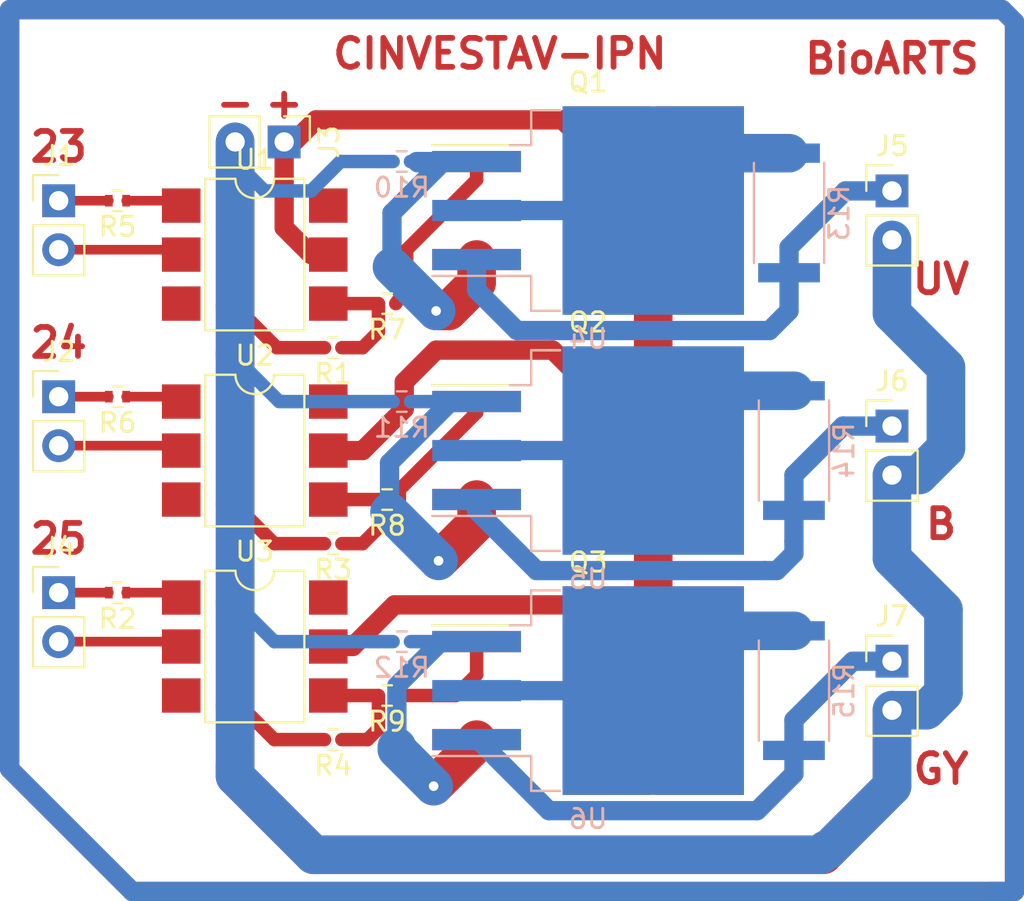
<source format=kicad_pcb>
(kicad_pcb (version 4) (host pcbnew 4.0.6)

  (general
    (links 75)
    (no_connects 0)
    (area 88.946667 74.229999 144.210002 121.350002)
    (thickness 1.6)
    (drawings 10)
    (tracks 190)
    (zones 0)
    (modules 31)
    (nets 33)
  )

  (page A4)
  (layers
    (0 F.Cu signal)
    (31 B.Cu signal)
    (32 B.Adhes user hide)
    (33 F.Adhes user)
    (34 B.Paste user hide)
    (35 F.Paste user hide)
    (36 B.SilkS user hide)
    (37 F.SilkS user hide)
    (38 B.Mask user hide)
    (39 F.Mask user hide)
    (40 Dwgs.User user hide)
    (41 Cmts.User user hide)
    (42 Eco1.User user hide)
    (43 Eco2.User user hide)
    (44 Edge.Cuts user hide)
    (45 Margin user hide)
    (46 B.CrtYd user hide)
    (47 F.CrtYd user hide)
    (48 B.Fab user)
    (49 F.Fab user hide)
  )

  (setup
    (last_trace_width 1)
    (trace_clearance 0.2)
    (zone_clearance 0.508)
    (zone_45_only no)
    (trace_min 0.2)
    (segment_width 0.2)
    (edge_width 0.15)
    (via_size 1)
    (via_drill 0.5)
    (via_min_size 0.4)
    (via_min_drill 0.3)
    (uvia_size 0.3)
    (uvia_drill 0.1)
    (uvias_allowed no)
    (uvia_min_size 0.2)
    (uvia_min_drill 0.1)
    (pcb_text_width 0.3)
    (pcb_text_size 1.5 1.5)
    (mod_edge_width 0.15)
    (mod_text_size 1 1)
    (mod_text_width 0.15)
    (pad_size 1.524 1.524)
    (pad_drill 0.762)
    (pad_to_mask_clearance 0.2)
    (aux_axis_origin 0 0)
    (visible_elements 7FFFFFED)
    (pcbplotparams
      (layerselection 0x00000_80000001)
      (usegerberextensions false)
      (excludeedgelayer true)
      (linewidth 1.000000)
      (plotframeref false)
      (viasonmask false)
      (mode 1)
      (useauxorigin false)
      (hpglpennumber 1)
      (hpglpenspeed 20)
      (hpglpendiameter 15)
      (hpglpenoverlay 2)
      (psnegative false)
      (psa4output false)
      (plotreference true)
      (plotvalue true)
      (plotinvisibletext false)
      (padsonsilk false)
      (subtractmaskfromsilk false)
      (outputformat 3)
      (mirror false)
      (drillshape 2)
      (scaleselection 1)
      (outputdirectory ../../../../../../../Desktop/))
  )

  (net 0 "")
  (net 1 "Net-(J1-Pad1)")
  (net 2 "Net-(J1-Pad2)")
  (net 3 "Net-(J2-Pad1)")
  (net 4 "Net-(J2-Pad2)")
  (net 5 "Net-(J3-Pad1)")
  (net 6 "Net-(J4-Pad1)")
  (net 7 "Net-(J5-Pad1)")
  (net 8 "Net-(J6-Pad1)")
  (net 9 "Net-(J7-Pad1)")
  (net 10 "Net-(R5-Pad1)")
  (net 11 "Net-(R6-Pad1)")
  (net 12 "Net-(U1-Pad3)")
  (net 13 "Net-(U1-Pad6)")
  (net 14 "Net-(U2-Pad3)")
  (net 15 "Net-(U2-Pad6)")
  (net 16 "Net-(U3-Pad3)")
  (net 17 "Net-(U3-Pad6)")
  (net 18 GND)
  (net 19 "Net-(J4-Pad2)")
  (net 20 "Net-(Q1-Pad1)")
  (net 21 "Net-(Q1-Pad3)")
  (net 22 "Net-(Q2-Pad1)")
  (net 23 "Net-(Q2-Pad3)")
  (net 24 "Net-(Q3-Pad1)")
  (net 25 "Net-(Q3-Pad3)")
  (net 26 "Net-(R2-Pad1)")
  (net 27 "Net-(R13-Pad2)")
  (net 28 "Net-(R14-Pad2)")
  (net 29 "Net-(R15-Pad2)")
  (net 30 "Net-(R1-Pad1)")
  (net 31 "Net-(R3-Pad1)")
  (net 32 "Net-(R4-Pad1)")

  (net_class Default "This is the default net class."
    (clearance 0.2)
    (trace_width 1)
    (via_dia 1)
    (via_drill 0.5)
    (uvia_dia 0.3)
    (uvia_drill 0.1)
    (add_net GND)
    (add_net "Net-(J1-Pad1)")
    (add_net "Net-(J1-Pad2)")
    (add_net "Net-(J2-Pad1)")
    (add_net "Net-(J2-Pad2)")
    (add_net "Net-(J3-Pad1)")
    (add_net "Net-(J4-Pad1)")
    (add_net "Net-(J4-Pad2)")
    (add_net "Net-(J5-Pad1)")
    (add_net "Net-(J6-Pad1)")
    (add_net "Net-(J7-Pad1)")
    (add_net "Net-(Q1-Pad1)")
    (add_net "Net-(Q1-Pad3)")
    (add_net "Net-(Q2-Pad1)")
    (add_net "Net-(Q2-Pad3)")
    (add_net "Net-(Q3-Pad1)")
    (add_net "Net-(Q3-Pad3)")
    (add_net "Net-(R1-Pad1)")
    (add_net "Net-(R13-Pad2)")
    (add_net "Net-(R14-Pad2)")
    (add_net "Net-(R15-Pad2)")
    (add_net "Net-(R2-Pad1)")
    (add_net "Net-(R3-Pad1)")
    (add_net "Net-(R4-Pad1)")
    (add_net "Net-(R5-Pad1)")
    (add_net "Net-(R6-Pad1)")
    (add_net "Net-(U1-Pad3)")
    (add_net "Net-(U1-Pad6)")
    (add_net "Net-(U2-Pad3)")
    (add_net "Net-(U2-Pad6)")
    (add_net "Net-(U3-Pad3)")
    (add_net "Net-(U3-Pad6)")
  )

  (module Pin_Headers:Pin_Header_Straight_1x02_Pitch2.54mm (layer F.Cu) (tedit 59650532) (tstamp 59AECAE9)
    (at 93.98 84.836)
    (descr "Through hole straight pin header, 1x02, 2.54mm pitch, single row")
    (tags "Through hole pin header THT 1x02 2.54mm single row")
    (path /5967A854)
    (fp_text reference J1 (at 0 -2.33) (layer F.SilkS)
      (effects (font (size 1 1) (thickness 0.15)))
    )
    (fp_text value CONN_01X02 (at 0 4.87) (layer F.Fab)
      (effects (font (size 1 1) (thickness 0.15)))
    )
    (fp_line (start -0.635 -1.27) (end 1.27 -1.27) (layer F.Fab) (width 0.1))
    (fp_line (start 1.27 -1.27) (end 1.27 3.81) (layer F.Fab) (width 0.1))
    (fp_line (start 1.27 3.81) (end -1.27 3.81) (layer F.Fab) (width 0.1))
    (fp_line (start -1.27 3.81) (end -1.27 -0.635) (layer F.Fab) (width 0.1))
    (fp_line (start -1.27 -0.635) (end -0.635 -1.27) (layer F.Fab) (width 0.1))
    (fp_line (start -1.33 3.87) (end 1.33 3.87) (layer F.SilkS) (width 0.12))
    (fp_line (start -1.33 1.27) (end -1.33 3.87) (layer F.SilkS) (width 0.12))
    (fp_line (start 1.33 1.27) (end 1.33 3.87) (layer F.SilkS) (width 0.12))
    (fp_line (start -1.33 1.27) (end 1.33 1.27) (layer F.SilkS) (width 0.12))
    (fp_line (start -1.33 0) (end -1.33 -1.33) (layer F.SilkS) (width 0.12))
    (fp_line (start -1.33 -1.33) (end 0 -1.33) (layer F.SilkS) (width 0.12))
    (fp_line (start -1.8 -1.8) (end -1.8 4.35) (layer F.CrtYd) (width 0.05))
    (fp_line (start -1.8 4.35) (end 1.8 4.35) (layer F.CrtYd) (width 0.05))
    (fp_line (start 1.8 4.35) (end 1.8 -1.8) (layer F.CrtYd) (width 0.05))
    (fp_line (start 1.8 -1.8) (end -1.8 -1.8) (layer F.CrtYd) (width 0.05))
    (fp_text user %R (at 0 1.27 90) (layer F.Fab)
      (effects (font (size 1 1) (thickness 0.15)))
    )
    (pad 1 thru_hole rect (at 0 0) (size 1.7 1.7) (drill 1) (layers *.Cu *.Mask)
      (net 1 "Net-(J1-Pad1)"))
    (pad 2 thru_hole oval (at 0 2.54) (size 1.7 1.7) (drill 1) (layers *.Cu *.Mask)
      (net 2 "Net-(J1-Pad2)"))
    (model ${KISYS3DMOD}/Pin_Headers.3dshapes/Pin_Header_Straight_1x02_Pitch2.54mm.wrl
      (at (xyz 0 0 0))
      (scale (xyz 1 1 1))
      (rotate (xyz 0 0 0))
    )
  )

  (module Pin_Headers:Pin_Header_Straight_1x02_Pitch2.54mm (layer F.Cu) (tedit 59650532) (tstamp 59AECAFF)
    (at 93.98 94.996)
    (descr "Through hole straight pin header, 1x02, 2.54mm pitch, single row")
    (tags "Through hole pin header THT 1x02 2.54mm single row")
    (path /5967A989)
    (fp_text reference J2 (at 0 -2.33) (layer F.SilkS)
      (effects (font (size 1 1) (thickness 0.15)))
    )
    (fp_text value CONN_01X02 (at 0 4.87) (layer F.Fab)
      (effects (font (size 1 1) (thickness 0.15)))
    )
    (fp_line (start -0.635 -1.27) (end 1.27 -1.27) (layer F.Fab) (width 0.1))
    (fp_line (start 1.27 -1.27) (end 1.27 3.81) (layer F.Fab) (width 0.1))
    (fp_line (start 1.27 3.81) (end -1.27 3.81) (layer F.Fab) (width 0.1))
    (fp_line (start -1.27 3.81) (end -1.27 -0.635) (layer F.Fab) (width 0.1))
    (fp_line (start -1.27 -0.635) (end -0.635 -1.27) (layer F.Fab) (width 0.1))
    (fp_line (start -1.33 3.87) (end 1.33 3.87) (layer F.SilkS) (width 0.12))
    (fp_line (start -1.33 1.27) (end -1.33 3.87) (layer F.SilkS) (width 0.12))
    (fp_line (start 1.33 1.27) (end 1.33 3.87) (layer F.SilkS) (width 0.12))
    (fp_line (start -1.33 1.27) (end 1.33 1.27) (layer F.SilkS) (width 0.12))
    (fp_line (start -1.33 0) (end -1.33 -1.33) (layer F.SilkS) (width 0.12))
    (fp_line (start -1.33 -1.33) (end 0 -1.33) (layer F.SilkS) (width 0.12))
    (fp_line (start -1.8 -1.8) (end -1.8 4.35) (layer F.CrtYd) (width 0.05))
    (fp_line (start -1.8 4.35) (end 1.8 4.35) (layer F.CrtYd) (width 0.05))
    (fp_line (start 1.8 4.35) (end 1.8 -1.8) (layer F.CrtYd) (width 0.05))
    (fp_line (start 1.8 -1.8) (end -1.8 -1.8) (layer F.CrtYd) (width 0.05))
    (fp_text user %R (at 0 1.27 90) (layer F.Fab)
      (effects (font (size 1 1) (thickness 0.15)))
    )
    (pad 1 thru_hole rect (at 0 0) (size 1.7 1.7) (drill 1) (layers *.Cu *.Mask)
      (net 3 "Net-(J2-Pad1)"))
    (pad 2 thru_hole oval (at 0 2.54) (size 1.7 1.7) (drill 1) (layers *.Cu *.Mask)
      (net 4 "Net-(J2-Pad2)"))
    (model ${KISYS3DMOD}/Pin_Headers.3dshapes/Pin_Header_Straight_1x02_Pitch2.54mm.wrl
      (at (xyz 0 0 0))
      (scale (xyz 1 1 1))
      (rotate (xyz 0 0 0))
    )
  )

  (module Pin_Headers:Pin_Header_Straight_1x02_Pitch2.54mm (layer F.Cu) (tedit 59650532) (tstamp 59AECB15)
    (at 105.664 81.788 270)
    (descr "Through hole straight pin header, 1x02, 2.54mm pitch, single row")
    (tags "Through hole pin header THT 1x02 2.54mm single row")
    (path /5967AA98)
    (fp_text reference J3 (at 0 -2.33 270) (layer F.SilkS)
      (effects (font (size 1 1) (thickness 0.15)))
    )
    (fp_text value CONN_01X02 (at 0 4.87 270) (layer F.Fab)
      (effects (font (size 1 1) (thickness 0.15)))
    )
    (fp_line (start -0.635 -1.27) (end 1.27 -1.27) (layer F.Fab) (width 0.1))
    (fp_line (start 1.27 -1.27) (end 1.27 3.81) (layer F.Fab) (width 0.1))
    (fp_line (start 1.27 3.81) (end -1.27 3.81) (layer F.Fab) (width 0.1))
    (fp_line (start -1.27 3.81) (end -1.27 -0.635) (layer F.Fab) (width 0.1))
    (fp_line (start -1.27 -0.635) (end -0.635 -1.27) (layer F.Fab) (width 0.1))
    (fp_line (start -1.33 3.87) (end 1.33 3.87) (layer F.SilkS) (width 0.12))
    (fp_line (start -1.33 1.27) (end -1.33 3.87) (layer F.SilkS) (width 0.12))
    (fp_line (start 1.33 1.27) (end 1.33 3.87) (layer F.SilkS) (width 0.12))
    (fp_line (start -1.33 1.27) (end 1.33 1.27) (layer F.SilkS) (width 0.12))
    (fp_line (start -1.33 0) (end -1.33 -1.33) (layer F.SilkS) (width 0.12))
    (fp_line (start -1.33 -1.33) (end 0 -1.33) (layer F.SilkS) (width 0.12))
    (fp_line (start -1.8 -1.8) (end -1.8 4.35) (layer F.CrtYd) (width 0.05))
    (fp_line (start -1.8 4.35) (end 1.8 4.35) (layer F.CrtYd) (width 0.05))
    (fp_line (start 1.8 4.35) (end 1.8 -1.8) (layer F.CrtYd) (width 0.05))
    (fp_line (start 1.8 -1.8) (end -1.8 -1.8) (layer F.CrtYd) (width 0.05))
    (fp_text user %R (at 0 1.27 360) (layer F.Fab)
      (effects (font (size 1 1) (thickness 0.15)))
    )
    (pad 1 thru_hole rect (at 0 0 270) (size 1.7 1.7) (drill 1) (layers *.Cu *.Mask)
      (net 5 "Net-(J3-Pad1)"))
    (pad 2 thru_hole oval (at 0 2.54 270) (size 1.7 1.7) (drill 1) (layers *.Cu *.Mask)
      (net 18 GND))
    (model ${KISYS3DMOD}/Pin_Headers.3dshapes/Pin_Header_Straight_1x02_Pitch2.54mm.wrl
      (at (xyz 0 0 0))
      (scale (xyz 1 1 1))
      (rotate (xyz 0 0 0))
    )
  )

  (module Pin_Headers:Pin_Header_Straight_1x02_Pitch2.54mm (layer F.Cu) (tedit 59650532) (tstamp 59AECB2B)
    (at 93.98 105.156)
    (descr "Through hole straight pin header, 1x02, 2.54mm pitch, single row")
    (tags "Through hole pin header THT 1x02 2.54mm single row")
    (path /597ACED3)
    (fp_text reference J4 (at 0 -2.33) (layer F.SilkS)
      (effects (font (size 1 1) (thickness 0.15)))
    )
    (fp_text value CONN_01X02 (at 0 4.87) (layer F.Fab)
      (effects (font (size 1 1) (thickness 0.15)))
    )
    (fp_line (start -0.635 -1.27) (end 1.27 -1.27) (layer F.Fab) (width 0.1))
    (fp_line (start 1.27 -1.27) (end 1.27 3.81) (layer F.Fab) (width 0.1))
    (fp_line (start 1.27 3.81) (end -1.27 3.81) (layer F.Fab) (width 0.1))
    (fp_line (start -1.27 3.81) (end -1.27 -0.635) (layer F.Fab) (width 0.1))
    (fp_line (start -1.27 -0.635) (end -0.635 -1.27) (layer F.Fab) (width 0.1))
    (fp_line (start -1.33 3.87) (end 1.33 3.87) (layer F.SilkS) (width 0.12))
    (fp_line (start -1.33 1.27) (end -1.33 3.87) (layer F.SilkS) (width 0.12))
    (fp_line (start 1.33 1.27) (end 1.33 3.87) (layer F.SilkS) (width 0.12))
    (fp_line (start -1.33 1.27) (end 1.33 1.27) (layer F.SilkS) (width 0.12))
    (fp_line (start -1.33 0) (end -1.33 -1.33) (layer F.SilkS) (width 0.12))
    (fp_line (start -1.33 -1.33) (end 0 -1.33) (layer F.SilkS) (width 0.12))
    (fp_line (start -1.8 -1.8) (end -1.8 4.35) (layer F.CrtYd) (width 0.05))
    (fp_line (start -1.8 4.35) (end 1.8 4.35) (layer F.CrtYd) (width 0.05))
    (fp_line (start 1.8 4.35) (end 1.8 -1.8) (layer F.CrtYd) (width 0.05))
    (fp_line (start 1.8 -1.8) (end -1.8 -1.8) (layer F.CrtYd) (width 0.05))
    (fp_text user %R (at 0 1.27 90) (layer F.Fab)
      (effects (font (size 1 1) (thickness 0.15)))
    )
    (pad 1 thru_hole rect (at 0 0) (size 1.7 1.7) (drill 1) (layers *.Cu *.Mask)
      (net 6 "Net-(J4-Pad1)"))
    (pad 2 thru_hole oval (at 0 2.54) (size 1.7 1.7) (drill 1) (layers *.Cu *.Mask)
      (net 19 "Net-(J4-Pad2)"))
    (model ${KISYS3DMOD}/Pin_Headers.3dshapes/Pin_Header_Straight_1x02_Pitch2.54mm.wrl
      (at (xyz 0 0 0))
      (scale (xyz 1 1 1))
      (rotate (xyz 0 0 0))
    )
  )

  (module Pin_Headers:Pin_Header_Straight_1x02_Pitch2.54mm (layer F.Cu) (tedit 59650532) (tstamp 59AECB41)
    (at 137.16 84.328)
    (descr "Through hole straight pin header, 1x02, 2.54mm pitch, single row")
    (tags "Through hole pin header THT 1x02 2.54mm single row")
    (path /597ADF8C)
    (fp_text reference J5 (at 0 -2.33) (layer F.SilkS)
      (effects (font (size 1 1) (thickness 0.15)))
    )
    (fp_text value CONN_01X02 (at 0 4.87) (layer F.Fab)
      (effects (font (size 1 1) (thickness 0.15)))
    )
    (fp_line (start -0.635 -1.27) (end 1.27 -1.27) (layer F.Fab) (width 0.1))
    (fp_line (start 1.27 -1.27) (end 1.27 3.81) (layer F.Fab) (width 0.1))
    (fp_line (start 1.27 3.81) (end -1.27 3.81) (layer F.Fab) (width 0.1))
    (fp_line (start -1.27 3.81) (end -1.27 -0.635) (layer F.Fab) (width 0.1))
    (fp_line (start -1.27 -0.635) (end -0.635 -1.27) (layer F.Fab) (width 0.1))
    (fp_line (start -1.33 3.87) (end 1.33 3.87) (layer F.SilkS) (width 0.12))
    (fp_line (start -1.33 1.27) (end -1.33 3.87) (layer F.SilkS) (width 0.12))
    (fp_line (start 1.33 1.27) (end 1.33 3.87) (layer F.SilkS) (width 0.12))
    (fp_line (start -1.33 1.27) (end 1.33 1.27) (layer F.SilkS) (width 0.12))
    (fp_line (start -1.33 0) (end -1.33 -1.33) (layer F.SilkS) (width 0.12))
    (fp_line (start -1.33 -1.33) (end 0 -1.33) (layer F.SilkS) (width 0.12))
    (fp_line (start -1.8 -1.8) (end -1.8 4.35) (layer F.CrtYd) (width 0.05))
    (fp_line (start -1.8 4.35) (end 1.8 4.35) (layer F.CrtYd) (width 0.05))
    (fp_line (start 1.8 4.35) (end 1.8 -1.8) (layer F.CrtYd) (width 0.05))
    (fp_line (start 1.8 -1.8) (end -1.8 -1.8) (layer F.CrtYd) (width 0.05))
    (fp_text user %R (at 0 1.27 90) (layer F.Fab)
      (effects (font (size 1 1) (thickness 0.15)))
    )
    (pad 1 thru_hole rect (at 0 0) (size 1.7 1.7) (drill 1) (layers *.Cu *.Mask)
      (net 7 "Net-(J5-Pad1)"))
    (pad 2 thru_hole oval (at 0 2.54) (size 1.7 1.7) (drill 1) (layers *.Cu *.Mask)
      (net 18 GND))
    (model ${KISYS3DMOD}/Pin_Headers.3dshapes/Pin_Header_Straight_1x02_Pitch2.54mm.wrl
      (at (xyz 0 0 0))
      (scale (xyz 1 1 1))
      (rotate (xyz 0 0 0))
    )
  )

  (module Pin_Headers:Pin_Header_Straight_1x02_Pitch2.54mm (layer F.Cu) (tedit 59650532) (tstamp 59AECB57)
    (at 137.16 96.52)
    (descr "Through hole straight pin header, 1x02, 2.54mm pitch, single row")
    (tags "Through hole pin header THT 1x02 2.54mm single row")
    (path /597AE017)
    (fp_text reference J6 (at 0 -2.33) (layer F.SilkS)
      (effects (font (size 1 1) (thickness 0.15)))
    )
    (fp_text value CONN_01X02 (at 0 4.87) (layer F.Fab)
      (effects (font (size 1 1) (thickness 0.15)))
    )
    (fp_line (start -0.635 -1.27) (end 1.27 -1.27) (layer F.Fab) (width 0.1))
    (fp_line (start 1.27 -1.27) (end 1.27 3.81) (layer F.Fab) (width 0.1))
    (fp_line (start 1.27 3.81) (end -1.27 3.81) (layer F.Fab) (width 0.1))
    (fp_line (start -1.27 3.81) (end -1.27 -0.635) (layer F.Fab) (width 0.1))
    (fp_line (start -1.27 -0.635) (end -0.635 -1.27) (layer F.Fab) (width 0.1))
    (fp_line (start -1.33 3.87) (end 1.33 3.87) (layer F.SilkS) (width 0.12))
    (fp_line (start -1.33 1.27) (end -1.33 3.87) (layer F.SilkS) (width 0.12))
    (fp_line (start 1.33 1.27) (end 1.33 3.87) (layer F.SilkS) (width 0.12))
    (fp_line (start -1.33 1.27) (end 1.33 1.27) (layer F.SilkS) (width 0.12))
    (fp_line (start -1.33 0) (end -1.33 -1.33) (layer F.SilkS) (width 0.12))
    (fp_line (start -1.33 -1.33) (end 0 -1.33) (layer F.SilkS) (width 0.12))
    (fp_line (start -1.8 -1.8) (end -1.8 4.35) (layer F.CrtYd) (width 0.05))
    (fp_line (start -1.8 4.35) (end 1.8 4.35) (layer F.CrtYd) (width 0.05))
    (fp_line (start 1.8 4.35) (end 1.8 -1.8) (layer F.CrtYd) (width 0.05))
    (fp_line (start 1.8 -1.8) (end -1.8 -1.8) (layer F.CrtYd) (width 0.05))
    (fp_text user %R (at 0 1.27 90) (layer F.Fab)
      (effects (font (size 1 1) (thickness 0.15)))
    )
    (pad 1 thru_hole rect (at 0 0) (size 1.7 1.7) (drill 1) (layers *.Cu *.Mask)
      (net 8 "Net-(J6-Pad1)"))
    (pad 2 thru_hole oval (at 0 2.54) (size 1.7 1.7) (drill 1) (layers *.Cu *.Mask)
      (net 18 GND))
    (model ${KISYS3DMOD}/Pin_Headers.3dshapes/Pin_Header_Straight_1x02_Pitch2.54mm.wrl
      (at (xyz 0 0 0))
      (scale (xyz 1 1 1))
      (rotate (xyz 0 0 0))
    )
  )

  (module Pin_Headers:Pin_Header_Straight_1x02_Pitch2.54mm (layer F.Cu) (tedit 59650532) (tstamp 59AECB6D)
    (at 137.16 108.712)
    (descr "Through hole straight pin header, 1x02, 2.54mm pitch, single row")
    (tags "Through hole pin header THT 1x02 2.54mm single row")
    (path /597AE07A)
    (fp_text reference J7 (at 0 -2.33) (layer F.SilkS)
      (effects (font (size 1 1) (thickness 0.15)))
    )
    (fp_text value CONN_01X02 (at 0 4.87) (layer F.Fab)
      (effects (font (size 1 1) (thickness 0.15)))
    )
    (fp_line (start -0.635 -1.27) (end 1.27 -1.27) (layer F.Fab) (width 0.1))
    (fp_line (start 1.27 -1.27) (end 1.27 3.81) (layer F.Fab) (width 0.1))
    (fp_line (start 1.27 3.81) (end -1.27 3.81) (layer F.Fab) (width 0.1))
    (fp_line (start -1.27 3.81) (end -1.27 -0.635) (layer F.Fab) (width 0.1))
    (fp_line (start -1.27 -0.635) (end -0.635 -1.27) (layer F.Fab) (width 0.1))
    (fp_line (start -1.33 3.87) (end 1.33 3.87) (layer F.SilkS) (width 0.12))
    (fp_line (start -1.33 1.27) (end -1.33 3.87) (layer F.SilkS) (width 0.12))
    (fp_line (start 1.33 1.27) (end 1.33 3.87) (layer F.SilkS) (width 0.12))
    (fp_line (start -1.33 1.27) (end 1.33 1.27) (layer F.SilkS) (width 0.12))
    (fp_line (start -1.33 0) (end -1.33 -1.33) (layer F.SilkS) (width 0.12))
    (fp_line (start -1.33 -1.33) (end 0 -1.33) (layer F.SilkS) (width 0.12))
    (fp_line (start -1.8 -1.8) (end -1.8 4.35) (layer F.CrtYd) (width 0.05))
    (fp_line (start -1.8 4.35) (end 1.8 4.35) (layer F.CrtYd) (width 0.05))
    (fp_line (start 1.8 4.35) (end 1.8 -1.8) (layer F.CrtYd) (width 0.05))
    (fp_line (start 1.8 -1.8) (end -1.8 -1.8) (layer F.CrtYd) (width 0.05))
    (fp_text user %R (at 0 1.27 90) (layer F.Fab)
      (effects (font (size 1 1) (thickness 0.15)))
    )
    (pad 1 thru_hole rect (at 0 0) (size 1.7 1.7) (drill 1) (layers *.Cu *.Mask)
      (net 9 "Net-(J7-Pad1)"))
    (pad 2 thru_hole oval (at 0 2.54) (size 1.7 1.7) (drill 1) (layers *.Cu *.Mask)
      (net 18 GND))
    (model ${KISYS3DMOD}/Pin_Headers.3dshapes/Pin_Header_Straight_1x02_Pitch2.54mm.wrl
      (at (xyz 0 0 0))
      (scale (xyz 1 1 1))
      (rotate (xyz 0 0 0))
    )
  )

  (module TO_SOT_Packages_SMD:TO-263-2 (layer F.Cu) (tedit 590079C0) (tstamp 59AECB91)
    (at 121.412 85.344)
    (descr "TO-263 / D2PAK / DDPAK SMD package, http://www.infineon.com/cms/en/product/packages/PG-TO263/PG-TO263-3-1/")
    (tags "D2PAK DDPAK TO-263 D2PAK-3 TO-263-3 SOT-404")
    (path /597AD18C)
    (attr smd)
    (fp_text reference Q1 (at 0 -6.65) (layer F.SilkS)
      (effects (font (size 1 1) (thickness 0.15)))
    )
    (fp_text value TIP122 (at 0 6.65) (layer F.Fab)
      (effects (font (size 1 1) (thickness 0.15)))
    )
    (fp_line (start 6.5 -5) (end 7.5 -5) (layer F.Fab) (width 0.1))
    (fp_line (start 7.5 -5) (end 7.5 5) (layer F.Fab) (width 0.1))
    (fp_line (start 7.5 5) (end 6.5 5) (layer F.Fab) (width 0.1))
    (fp_line (start 6.5 -5) (end 6.5 5) (layer F.Fab) (width 0.1))
    (fp_line (start 6.5 5) (end -2.75 5) (layer F.Fab) (width 0.1))
    (fp_line (start -2.75 5) (end -2.75 -4) (layer F.Fab) (width 0.1))
    (fp_line (start -2.75 -4) (end -1.75 -5) (layer F.Fab) (width 0.1))
    (fp_line (start -1.75 -5) (end 6.5 -5) (layer F.Fab) (width 0.1))
    (fp_line (start -2.75 -3.04) (end -7.45 -3.04) (layer F.Fab) (width 0.1))
    (fp_line (start -7.45 -3.04) (end -7.45 -2.04) (layer F.Fab) (width 0.1))
    (fp_line (start -7.45 -2.04) (end -2.75 -2.04) (layer F.Fab) (width 0.1))
    (fp_line (start -2.75 2.04) (end -7.45 2.04) (layer F.Fab) (width 0.1))
    (fp_line (start -7.45 2.04) (end -7.45 3.04) (layer F.Fab) (width 0.1))
    (fp_line (start -7.45 3.04) (end -2.75 3.04) (layer F.Fab) (width 0.1))
    (fp_line (start -1.45 -5.2) (end -2.95 -5.2) (layer F.SilkS) (width 0.12))
    (fp_line (start -2.95 -5.2) (end -2.95 -3.39) (layer F.SilkS) (width 0.12))
    (fp_line (start -2.95 -3.39) (end -8.075 -3.39) (layer F.SilkS) (width 0.12))
    (fp_line (start -1.45 5.2) (end -2.95 5.2) (layer F.SilkS) (width 0.12))
    (fp_line (start -2.95 5.2) (end -2.95 3.39) (layer F.SilkS) (width 0.12))
    (fp_line (start -2.95 3.39) (end -4.05 3.39) (layer F.SilkS) (width 0.12))
    (fp_line (start -8.32 -5.65) (end -8.32 5.65) (layer F.CrtYd) (width 0.05))
    (fp_line (start -8.32 5.65) (end 8.32 5.65) (layer F.CrtYd) (width 0.05))
    (fp_line (start 8.32 5.65) (end 8.32 -5.65) (layer F.CrtYd) (width 0.05))
    (fp_line (start 8.32 -5.65) (end -8.32 -5.65) (layer F.CrtYd) (width 0.05))
    (fp_text user %R (at 0 0) (layer F.Fab)
      (effects (font (size 1 1) (thickness 0.15)))
    )
    (pad 1 smd rect (at -5.775 -2.54) (size 4.6 1.1) (layers F.Cu F.Paste F.Mask)
      (net 20 "Net-(Q1-Pad1)"))
    (pad 3 smd rect (at -5.775 2.54) (size 4.6 1.1) (layers F.Cu F.Paste F.Mask)
      (net 21 "Net-(Q1-Pad3)"))
    (pad 2 smd rect (at 3.375 0) (size 9.4 10.8) (layers F.Cu F.Mask)
      (net 5 "Net-(J3-Pad1)"))
    (pad 2 smd rect (at 5.8 2.775) (size 4.55 5.25) (layers F.Cu F.Paste)
      (net 5 "Net-(J3-Pad1)"))
    (pad 2 smd rect (at 0.95 -2.775) (size 4.55 5.25) (layers F.Cu F.Paste)
      (net 5 "Net-(J3-Pad1)"))
    (pad 2 smd rect (at 5.8 -2.775) (size 4.55 5.25) (layers F.Cu F.Paste)
      (net 5 "Net-(J3-Pad1)"))
    (pad 2 smd rect (at 0.95 2.775) (size 4.55 5.25) (layers F.Cu F.Paste)
      (net 5 "Net-(J3-Pad1)"))
    (model ${KISYS3DMOD}/TO_SOT_Packages_SMD.3dshapes/TO-263-2.wrl
      (at (xyz 0 0 0))
      (scale (xyz 1 1 1))
      (rotate (xyz 0 0 0))
    )
  )

  (module TO_SOT_Packages_SMD:TO-263-2 (layer F.Cu) (tedit 590079C0) (tstamp 59AECBB5)
    (at 121.412 97.79)
    (descr "TO-263 / D2PAK / DDPAK SMD package, http://www.infineon.com/cms/en/product/packages/PG-TO263/PG-TO263-3-1/")
    (tags "D2PAK DDPAK TO-263 D2PAK-3 TO-263-3 SOT-404")
    (path /597AD1E3)
    (attr smd)
    (fp_text reference Q2 (at 0 -6.65) (layer F.SilkS)
      (effects (font (size 1 1) (thickness 0.15)))
    )
    (fp_text value TIP122 (at 0 6.65) (layer F.Fab)
      (effects (font (size 1 1) (thickness 0.15)))
    )
    (fp_line (start 6.5 -5) (end 7.5 -5) (layer F.Fab) (width 0.1))
    (fp_line (start 7.5 -5) (end 7.5 5) (layer F.Fab) (width 0.1))
    (fp_line (start 7.5 5) (end 6.5 5) (layer F.Fab) (width 0.1))
    (fp_line (start 6.5 -5) (end 6.5 5) (layer F.Fab) (width 0.1))
    (fp_line (start 6.5 5) (end -2.75 5) (layer F.Fab) (width 0.1))
    (fp_line (start -2.75 5) (end -2.75 -4) (layer F.Fab) (width 0.1))
    (fp_line (start -2.75 -4) (end -1.75 -5) (layer F.Fab) (width 0.1))
    (fp_line (start -1.75 -5) (end 6.5 -5) (layer F.Fab) (width 0.1))
    (fp_line (start -2.75 -3.04) (end -7.45 -3.04) (layer F.Fab) (width 0.1))
    (fp_line (start -7.45 -3.04) (end -7.45 -2.04) (layer F.Fab) (width 0.1))
    (fp_line (start -7.45 -2.04) (end -2.75 -2.04) (layer F.Fab) (width 0.1))
    (fp_line (start -2.75 2.04) (end -7.45 2.04) (layer F.Fab) (width 0.1))
    (fp_line (start -7.45 2.04) (end -7.45 3.04) (layer F.Fab) (width 0.1))
    (fp_line (start -7.45 3.04) (end -2.75 3.04) (layer F.Fab) (width 0.1))
    (fp_line (start -1.45 -5.2) (end -2.95 -5.2) (layer F.SilkS) (width 0.12))
    (fp_line (start -2.95 -5.2) (end -2.95 -3.39) (layer F.SilkS) (width 0.12))
    (fp_line (start -2.95 -3.39) (end -8.075 -3.39) (layer F.SilkS) (width 0.12))
    (fp_line (start -1.45 5.2) (end -2.95 5.2) (layer F.SilkS) (width 0.12))
    (fp_line (start -2.95 5.2) (end -2.95 3.39) (layer F.SilkS) (width 0.12))
    (fp_line (start -2.95 3.39) (end -4.05 3.39) (layer F.SilkS) (width 0.12))
    (fp_line (start -8.32 -5.65) (end -8.32 5.65) (layer F.CrtYd) (width 0.05))
    (fp_line (start -8.32 5.65) (end 8.32 5.65) (layer F.CrtYd) (width 0.05))
    (fp_line (start 8.32 5.65) (end 8.32 -5.65) (layer F.CrtYd) (width 0.05))
    (fp_line (start 8.32 -5.65) (end -8.32 -5.65) (layer F.CrtYd) (width 0.05))
    (fp_text user %R (at 0 0) (layer F.Fab)
      (effects (font (size 1 1) (thickness 0.15)))
    )
    (pad 1 smd rect (at -5.775 -2.54) (size 4.6 1.1) (layers F.Cu F.Paste F.Mask)
      (net 22 "Net-(Q2-Pad1)"))
    (pad 3 smd rect (at -5.775 2.54) (size 4.6 1.1) (layers F.Cu F.Paste F.Mask)
      (net 23 "Net-(Q2-Pad3)"))
    (pad 2 smd rect (at 3.375 0) (size 9.4 10.8) (layers F.Cu F.Mask)
      (net 5 "Net-(J3-Pad1)"))
    (pad 2 smd rect (at 5.8 2.775) (size 4.55 5.25) (layers F.Cu F.Paste)
      (net 5 "Net-(J3-Pad1)"))
    (pad 2 smd rect (at 0.95 -2.775) (size 4.55 5.25) (layers F.Cu F.Paste)
      (net 5 "Net-(J3-Pad1)"))
    (pad 2 smd rect (at 5.8 -2.775) (size 4.55 5.25) (layers F.Cu F.Paste)
      (net 5 "Net-(J3-Pad1)"))
    (pad 2 smd rect (at 0.95 2.775) (size 4.55 5.25) (layers F.Cu F.Paste)
      (net 5 "Net-(J3-Pad1)"))
    (model ${KISYS3DMOD}/TO_SOT_Packages_SMD.3dshapes/TO-263-2.wrl
      (at (xyz 0 0 0))
      (scale (xyz 1 1 1))
      (rotate (xyz 0 0 0))
    )
  )

  (module TO_SOT_Packages_SMD:TO-263-2 (layer F.Cu) (tedit 590079C0) (tstamp 59AECBD9)
    (at 121.412 110.236)
    (descr "TO-263 / D2PAK / DDPAK SMD package, http://www.infineon.com/cms/en/product/packages/PG-TO263/PG-TO263-3-1/")
    (tags "D2PAK DDPAK TO-263 D2PAK-3 TO-263-3 SOT-404")
    (path /597AD220)
    (attr smd)
    (fp_text reference Q3 (at 0 -6.65) (layer F.SilkS)
      (effects (font (size 1 1) (thickness 0.15)))
    )
    (fp_text value TIP122 (at 0 6.65) (layer F.Fab)
      (effects (font (size 1 1) (thickness 0.15)))
    )
    (fp_line (start 6.5 -5) (end 7.5 -5) (layer F.Fab) (width 0.1))
    (fp_line (start 7.5 -5) (end 7.5 5) (layer F.Fab) (width 0.1))
    (fp_line (start 7.5 5) (end 6.5 5) (layer F.Fab) (width 0.1))
    (fp_line (start 6.5 -5) (end 6.5 5) (layer F.Fab) (width 0.1))
    (fp_line (start 6.5 5) (end -2.75 5) (layer F.Fab) (width 0.1))
    (fp_line (start -2.75 5) (end -2.75 -4) (layer F.Fab) (width 0.1))
    (fp_line (start -2.75 -4) (end -1.75 -5) (layer F.Fab) (width 0.1))
    (fp_line (start -1.75 -5) (end 6.5 -5) (layer F.Fab) (width 0.1))
    (fp_line (start -2.75 -3.04) (end -7.45 -3.04) (layer F.Fab) (width 0.1))
    (fp_line (start -7.45 -3.04) (end -7.45 -2.04) (layer F.Fab) (width 0.1))
    (fp_line (start -7.45 -2.04) (end -2.75 -2.04) (layer F.Fab) (width 0.1))
    (fp_line (start -2.75 2.04) (end -7.45 2.04) (layer F.Fab) (width 0.1))
    (fp_line (start -7.45 2.04) (end -7.45 3.04) (layer F.Fab) (width 0.1))
    (fp_line (start -7.45 3.04) (end -2.75 3.04) (layer F.Fab) (width 0.1))
    (fp_line (start -1.45 -5.2) (end -2.95 -5.2) (layer F.SilkS) (width 0.12))
    (fp_line (start -2.95 -5.2) (end -2.95 -3.39) (layer F.SilkS) (width 0.12))
    (fp_line (start -2.95 -3.39) (end -8.075 -3.39) (layer F.SilkS) (width 0.12))
    (fp_line (start -1.45 5.2) (end -2.95 5.2) (layer F.SilkS) (width 0.12))
    (fp_line (start -2.95 5.2) (end -2.95 3.39) (layer F.SilkS) (width 0.12))
    (fp_line (start -2.95 3.39) (end -4.05 3.39) (layer F.SilkS) (width 0.12))
    (fp_line (start -8.32 -5.65) (end -8.32 5.65) (layer F.CrtYd) (width 0.05))
    (fp_line (start -8.32 5.65) (end 8.32 5.65) (layer F.CrtYd) (width 0.05))
    (fp_line (start 8.32 5.65) (end 8.32 -5.65) (layer F.CrtYd) (width 0.05))
    (fp_line (start 8.32 -5.65) (end -8.32 -5.65) (layer F.CrtYd) (width 0.05))
    (fp_text user %R (at 0 0) (layer F.Fab)
      (effects (font (size 1 1) (thickness 0.15)))
    )
    (pad 1 smd rect (at -5.775 -2.54) (size 4.6 1.1) (layers F.Cu F.Paste F.Mask)
      (net 24 "Net-(Q3-Pad1)"))
    (pad 3 smd rect (at -5.775 2.54) (size 4.6 1.1) (layers F.Cu F.Paste F.Mask)
      (net 25 "Net-(Q3-Pad3)"))
    (pad 2 smd rect (at 3.375 0) (size 9.4 10.8) (layers F.Cu F.Mask)
      (net 5 "Net-(J3-Pad1)"))
    (pad 2 smd rect (at 5.8 2.775) (size 4.55 5.25) (layers F.Cu F.Paste)
      (net 5 "Net-(J3-Pad1)"))
    (pad 2 smd rect (at 0.95 -2.775) (size 4.55 5.25) (layers F.Cu F.Paste)
      (net 5 "Net-(J3-Pad1)"))
    (pad 2 smd rect (at 5.8 -2.775) (size 4.55 5.25) (layers F.Cu F.Paste)
      (net 5 "Net-(J3-Pad1)"))
    (pad 2 smd rect (at 0.95 2.775) (size 4.55 5.25) (layers F.Cu F.Paste)
      (net 5 "Net-(J3-Pad1)"))
    (model ${KISYS3DMOD}/TO_SOT_Packages_SMD.3dshapes/TO-263-2.wrl
      (at (xyz 0 0 0))
      (scale (xyz 1 1 1))
      (rotate (xyz 0 0 0))
    )
  )

  (module Resistors_SMD:R_0402 (layer F.Cu) (tedit 58E0A804) (tstamp 59AECBEA)
    (at 108.204 92.456 180)
    (descr "Resistor SMD 0402, reflow soldering, Vishay (see dcrcw.pdf)")
    (tags "resistor 0402")
    (path /5967AD0E)
    (attr smd)
    (fp_text reference R1 (at 0 -1.35 180) (layer F.SilkS)
      (effects (font (size 1 1) (thickness 0.15)))
    )
    (fp_text value R (at 0 1.45 180) (layer F.Fab)
      (effects (font (size 1 1) (thickness 0.15)))
    )
    (fp_text user %R (at 0 -1.35 180) (layer F.Fab)
      (effects (font (size 1 1) (thickness 0.15)))
    )
    (fp_line (start -0.5 0.25) (end -0.5 -0.25) (layer F.Fab) (width 0.1))
    (fp_line (start 0.5 0.25) (end -0.5 0.25) (layer F.Fab) (width 0.1))
    (fp_line (start 0.5 -0.25) (end 0.5 0.25) (layer F.Fab) (width 0.1))
    (fp_line (start -0.5 -0.25) (end 0.5 -0.25) (layer F.Fab) (width 0.1))
    (fp_line (start 0.25 -0.53) (end -0.25 -0.53) (layer F.SilkS) (width 0.12))
    (fp_line (start -0.25 0.53) (end 0.25 0.53) (layer F.SilkS) (width 0.12))
    (fp_line (start -0.8 -0.45) (end 0.8 -0.45) (layer F.CrtYd) (width 0.05))
    (fp_line (start -0.8 -0.45) (end -0.8 0.45) (layer F.CrtYd) (width 0.05))
    (fp_line (start 0.8 0.45) (end 0.8 -0.45) (layer F.CrtYd) (width 0.05))
    (fp_line (start 0.8 0.45) (end -0.8 0.45) (layer F.CrtYd) (width 0.05))
    (pad 1 smd rect (at -0.45 0 180) (size 0.4 0.6) (layers F.Cu F.Paste F.Mask)
      (net 30 "Net-(R1-Pad1)"))
    (pad 2 smd rect (at 0.45 0 180) (size 0.4 0.6) (layers F.Cu F.Paste F.Mask)
      (net 18 GND))
    (model ${KISYS3DMOD}/Resistors_SMD.3dshapes/R_0402.wrl
      (at (xyz 0 0 0))
      (scale (xyz 1 1 1))
      (rotate (xyz 0 0 0))
    )
  )

  (module Resistors_SMD:R_0402 (layer F.Cu) (tedit 58E0A804) (tstamp 59AECBFB)
    (at 97.028 105.156 180)
    (descr "Resistor SMD 0402, reflow soldering, Vishay (see dcrcw.pdf)")
    (tags "resistor 0402")
    (path /597ACEE2)
    (attr smd)
    (fp_text reference R2 (at 0 -1.35 180) (layer F.SilkS)
      (effects (font (size 1 1) (thickness 0.15)))
    )
    (fp_text value R (at 0 1.45 180) (layer F.Fab)
      (effects (font (size 1 1) (thickness 0.15)))
    )
    (fp_text user %R (at 0 -1.35 180) (layer F.Fab)
      (effects (font (size 1 1) (thickness 0.15)))
    )
    (fp_line (start -0.5 0.25) (end -0.5 -0.25) (layer F.Fab) (width 0.1))
    (fp_line (start 0.5 0.25) (end -0.5 0.25) (layer F.Fab) (width 0.1))
    (fp_line (start 0.5 -0.25) (end 0.5 0.25) (layer F.Fab) (width 0.1))
    (fp_line (start -0.5 -0.25) (end 0.5 -0.25) (layer F.Fab) (width 0.1))
    (fp_line (start 0.25 -0.53) (end -0.25 -0.53) (layer F.SilkS) (width 0.12))
    (fp_line (start -0.25 0.53) (end 0.25 0.53) (layer F.SilkS) (width 0.12))
    (fp_line (start -0.8 -0.45) (end 0.8 -0.45) (layer F.CrtYd) (width 0.05))
    (fp_line (start -0.8 -0.45) (end -0.8 0.45) (layer F.CrtYd) (width 0.05))
    (fp_line (start 0.8 0.45) (end 0.8 -0.45) (layer F.CrtYd) (width 0.05))
    (fp_line (start 0.8 0.45) (end -0.8 0.45) (layer F.CrtYd) (width 0.05))
    (pad 1 smd rect (at -0.45 0 180) (size 0.4 0.6) (layers F.Cu F.Paste F.Mask)
      (net 26 "Net-(R2-Pad1)"))
    (pad 2 smd rect (at 0.45 0 180) (size 0.4 0.6) (layers F.Cu F.Paste F.Mask)
      (net 6 "Net-(J4-Pad1)"))
    (model ${KISYS3DMOD}/Resistors_SMD.3dshapes/R_0402.wrl
      (at (xyz 0 0 0))
      (scale (xyz 1 1 1))
      (rotate (xyz 0 0 0))
    )
  )

  (module Resistors_SMD:R_0402 (layer F.Cu) (tedit 58E0A804) (tstamp 59AECC0C)
    (at 108.204 102.616 180)
    (descr "Resistor SMD 0402, reflow soldering, Vishay (see dcrcw.pdf)")
    (tags "resistor 0402")
    (path /597ACDBE)
    (attr smd)
    (fp_text reference R3 (at 0 -1.35 180) (layer F.SilkS)
      (effects (font (size 1 1) (thickness 0.15)))
    )
    (fp_text value R (at 0 1.45 180) (layer F.Fab)
      (effects (font (size 1 1) (thickness 0.15)))
    )
    (fp_text user %R (at 0 -1.35 180) (layer F.Fab)
      (effects (font (size 1 1) (thickness 0.15)))
    )
    (fp_line (start -0.5 0.25) (end -0.5 -0.25) (layer F.Fab) (width 0.1))
    (fp_line (start 0.5 0.25) (end -0.5 0.25) (layer F.Fab) (width 0.1))
    (fp_line (start 0.5 -0.25) (end 0.5 0.25) (layer F.Fab) (width 0.1))
    (fp_line (start -0.5 -0.25) (end 0.5 -0.25) (layer F.Fab) (width 0.1))
    (fp_line (start 0.25 -0.53) (end -0.25 -0.53) (layer F.SilkS) (width 0.12))
    (fp_line (start -0.25 0.53) (end 0.25 0.53) (layer F.SilkS) (width 0.12))
    (fp_line (start -0.8 -0.45) (end 0.8 -0.45) (layer F.CrtYd) (width 0.05))
    (fp_line (start -0.8 -0.45) (end -0.8 0.45) (layer F.CrtYd) (width 0.05))
    (fp_line (start 0.8 0.45) (end 0.8 -0.45) (layer F.CrtYd) (width 0.05))
    (fp_line (start 0.8 0.45) (end -0.8 0.45) (layer F.CrtYd) (width 0.05))
    (pad 1 smd rect (at -0.45 0 180) (size 0.4 0.6) (layers F.Cu F.Paste F.Mask)
      (net 31 "Net-(R3-Pad1)"))
    (pad 2 smd rect (at 0.45 0 180) (size 0.4 0.6) (layers F.Cu F.Paste F.Mask)
      (net 18 GND))
    (model ${KISYS3DMOD}/Resistors_SMD.3dshapes/R_0402.wrl
      (at (xyz 0 0 0))
      (scale (xyz 1 1 1))
      (rotate (xyz 0 0 0))
    )
  )

  (module Resistors_SMD:R_0402 (layer F.Cu) (tedit 58E0A804) (tstamp 59AECC1D)
    (at 108.204 112.776 180)
    (descr "Resistor SMD 0402, reflow soldering, Vishay (see dcrcw.pdf)")
    (tags "resistor 0402")
    (path /597AD0BE)
    (attr smd)
    (fp_text reference R4 (at 0 -1.35 180) (layer F.SilkS)
      (effects (font (size 1 1) (thickness 0.15)))
    )
    (fp_text value R (at 0 1.45 180) (layer F.Fab)
      (effects (font (size 1 1) (thickness 0.15)))
    )
    (fp_text user %R (at 0 -1.35 180) (layer F.Fab)
      (effects (font (size 1 1) (thickness 0.15)))
    )
    (fp_line (start -0.5 0.25) (end -0.5 -0.25) (layer F.Fab) (width 0.1))
    (fp_line (start 0.5 0.25) (end -0.5 0.25) (layer F.Fab) (width 0.1))
    (fp_line (start 0.5 -0.25) (end 0.5 0.25) (layer F.Fab) (width 0.1))
    (fp_line (start -0.5 -0.25) (end 0.5 -0.25) (layer F.Fab) (width 0.1))
    (fp_line (start 0.25 -0.53) (end -0.25 -0.53) (layer F.SilkS) (width 0.12))
    (fp_line (start -0.25 0.53) (end 0.25 0.53) (layer F.SilkS) (width 0.12))
    (fp_line (start -0.8 -0.45) (end 0.8 -0.45) (layer F.CrtYd) (width 0.05))
    (fp_line (start -0.8 -0.45) (end -0.8 0.45) (layer F.CrtYd) (width 0.05))
    (fp_line (start 0.8 0.45) (end 0.8 -0.45) (layer F.CrtYd) (width 0.05))
    (fp_line (start 0.8 0.45) (end -0.8 0.45) (layer F.CrtYd) (width 0.05))
    (pad 1 smd rect (at -0.45 0 180) (size 0.4 0.6) (layers F.Cu F.Paste F.Mask)
      (net 32 "Net-(R4-Pad1)"))
    (pad 2 smd rect (at 0.45 0 180) (size 0.4 0.6) (layers F.Cu F.Paste F.Mask)
      (net 18 GND))
    (model ${KISYS3DMOD}/Resistors_SMD.3dshapes/R_0402.wrl
      (at (xyz 0 0 0))
      (scale (xyz 1 1 1))
      (rotate (xyz 0 0 0))
    )
  )

  (module Resistors_SMD:R_0402 (layer F.Cu) (tedit 58E0A804) (tstamp 59AECC2E)
    (at 97.028 84.836 180)
    (descr "Resistor SMD 0402, reflow soldering, Vishay (see dcrcw.pdf)")
    (tags "resistor 0402")
    (path /5967BAED)
    (attr smd)
    (fp_text reference R5 (at 0 -1.35 180) (layer F.SilkS)
      (effects (font (size 1 1) (thickness 0.15)))
    )
    (fp_text value R (at 0 1.45 180) (layer F.Fab)
      (effects (font (size 1 1) (thickness 0.15)))
    )
    (fp_text user %R (at 0 -1.35 180) (layer F.Fab)
      (effects (font (size 1 1) (thickness 0.15)))
    )
    (fp_line (start -0.5 0.25) (end -0.5 -0.25) (layer F.Fab) (width 0.1))
    (fp_line (start 0.5 0.25) (end -0.5 0.25) (layer F.Fab) (width 0.1))
    (fp_line (start 0.5 -0.25) (end 0.5 0.25) (layer F.Fab) (width 0.1))
    (fp_line (start -0.5 -0.25) (end 0.5 -0.25) (layer F.Fab) (width 0.1))
    (fp_line (start 0.25 -0.53) (end -0.25 -0.53) (layer F.SilkS) (width 0.12))
    (fp_line (start -0.25 0.53) (end 0.25 0.53) (layer F.SilkS) (width 0.12))
    (fp_line (start -0.8 -0.45) (end 0.8 -0.45) (layer F.CrtYd) (width 0.05))
    (fp_line (start -0.8 -0.45) (end -0.8 0.45) (layer F.CrtYd) (width 0.05))
    (fp_line (start 0.8 0.45) (end 0.8 -0.45) (layer F.CrtYd) (width 0.05))
    (fp_line (start 0.8 0.45) (end -0.8 0.45) (layer F.CrtYd) (width 0.05))
    (pad 1 smd rect (at -0.45 0 180) (size 0.4 0.6) (layers F.Cu F.Paste F.Mask)
      (net 10 "Net-(R5-Pad1)"))
    (pad 2 smd rect (at 0.45 0 180) (size 0.4 0.6) (layers F.Cu F.Paste F.Mask)
      (net 1 "Net-(J1-Pad1)"))
    (model ${KISYS3DMOD}/Resistors_SMD.3dshapes/R_0402.wrl
      (at (xyz 0 0 0))
      (scale (xyz 1 1 1))
      (rotate (xyz 0 0 0))
    )
  )

  (module Resistors_SMD:R_0402 (layer F.Cu) (tedit 58E0A804) (tstamp 59AECC3F)
    (at 97.028 94.996 180)
    (descr "Resistor SMD 0402, reflow soldering, Vishay (see dcrcw.pdf)")
    (tags "resistor 0402")
    (path /5967BB2E)
    (attr smd)
    (fp_text reference R6 (at 0 -1.35 180) (layer F.SilkS)
      (effects (font (size 1 1) (thickness 0.15)))
    )
    (fp_text value R (at 0 1.45 180) (layer F.Fab)
      (effects (font (size 1 1) (thickness 0.15)))
    )
    (fp_text user %R (at 0 -1.35 180) (layer F.Fab)
      (effects (font (size 1 1) (thickness 0.15)))
    )
    (fp_line (start -0.5 0.25) (end -0.5 -0.25) (layer F.Fab) (width 0.1))
    (fp_line (start 0.5 0.25) (end -0.5 0.25) (layer F.Fab) (width 0.1))
    (fp_line (start 0.5 -0.25) (end 0.5 0.25) (layer F.Fab) (width 0.1))
    (fp_line (start -0.5 -0.25) (end 0.5 -0.25) (layer F.Fab) (width 0.1))
    (fp_line (start 0.25 -0.53) (end -0.25 -0.53) (layer F.SilkS) (width 0.12))
    (fp_line (start -0.25 0.53) (end 0.25 0.53) (layer F.SilkS) (width 0.12))
    (fp_line (start -0.8 -0.45) (end 0.8 -0.45) (layer F.CrtYd) (width 0.05))
    (fp_line (start -0.8 -0.45) (end -0.8 0.45) (layer F.CrtYd) (width 0.05))
    (fp_line (start 0.8 0.45) (end 0.8 -0.45) (layer F.CrtYd) (width 0.05))
    (fp_line (start 0.8 0.45) (end -0.8 0.45) (layer F.CrtYd) (width 0.05))
    (pad 1 smd rect (at -0.45 0 180) (size 0.4 0.6) (layers F.Cu F.Paste F.Mask)
      (net 11 "Net-(R6-Pad1)"))
    (pad 2 smd rect (at 0.45 0 180) (size 0.4 0.6) (layers F.Cu F.Paste F.Mask)
      (net 3 "Net-(J2-Pad1)"))
    (model ${KISYS3DMOD}/Resistors_SMD.3dshapes/R_0402.wrl
      (at (xyz 0 0 0))
      (scale (xyz 1 1 1))
      (rotate (xyz 0 0 0))
    )
  )

  (module Resistors_SMD:R_0402 (layer F.Cu) (tedit 58E0A804) (tstamp 59AECC50)
    (at 110.998 90.17 180)
    (descr "Resistor SMD 0402, reflow soldering, Vishay (see dcrcw.pdf)")
    (tags "resistor 0402")
    (path /59A828C7)
    (attr smd)
    (fp_text reference R7 (at 0 -1.35 180) (layer F.SilkS)
      (effects (font (size 1 1) (thickness 0.15)))
    )
    (fp_text value R (at 0 1.45 180) (layer F.Fab)
      (effects (font (size 1 1) (thickness 0.15)))
    )
    (fp_text user %R (at 0 -1.35 180) (layer F.Fab)
      (effects (font (size 1 1) (thickness 0.15)))
    )
    (fp_line (start -0.5 0.25) (end -0.5 -0.25) (layer F.Fab) (width 0.1))
    (fp_line (start 0.5 0.25) (end -0.5 0.25) (layer F.Fab) (width 0.1))
    (fp_line (start 0.5 -0.25) (end 0.5 0.25) (layer F.Fab) (width 0.1))
    (fp_line (start -0.5 -0.25) (end 0.5 -0.25) (layer F.Fab) (width 0.1))
    (fp_line (start 0.25 -0.53) (end -0.25 -0.53) (layer F.SilkS) (width 0.12))
    (fp_line (start -0.25 0.53) (end 0.25 0.53) (layer F.SilkS) (width 0.12))
    (fp_line (start -0.8 -0.45) (end 0.8 -0.45) (layer F.CrtYd) (width 0.05))
    (fp_line (start -0.8 -0.45) (end -0.8 0.45) (layer F.CrtYd) (width 0.05))
    (fp_line (start 0.8 0.45) (end 0.8 -0.45) (layer F.CrtYd) (width 0.05))
    (fp_line (start 0.8 0.45) (end -0.8 0.45) (layer F.CrtYd) (width 0.05))
    (pad 1 smd rect (at -0.45 0 180) (size 0.4 0.6) (layers F.Cu F.Paste F.Mask)
      (net 20 "Net-(Q1-Pad1)"))
    (pad 2 smd rect (at 0.45 0 180) (size 0.4 0.6) (layers F.Cu F.Paste F.Mask)
      (net 30 "Net-(R1-Pad1)"))
    (model ${KISYS3DMOD}/Resistors_SMD.3dshapes/R_0402.wrl
      (at (xyz 0 0 0))
      (scale (xyz 1 1 1))
      (rotate (xyz 0 0 0))
    )
  )

  (module Resistors_SMD:R_0402 (layer F.Cu) (tedit 58E0A804) (tstamp 59AECC61)
    (at 110.998 100.33 180)
    (descr "Resistor SMD 0402, reflow soldering, Vishay (see dcrcw.pdf)")
    (tags "resistor 0402")
    (path /59A82E48)
    (attr smd)
    (fp_text reference R8 (at 0 -1.35 180) (layer F.SilkS)
      (effects (font (size 1 1) (thickness 0.15)))
    )
    (fp_text value R (at 0 1.45 180) (layer F.Fab)
      (effects (font (size 1 1) (thickness 0.15)))
    )
    (fp_text user %R (at 0 -1.35 180) (layer F.Fab)
      (effects (font (size 1 1) (thickness 0.15)))
    )
    (fp_line (start -0.5 0.25) (end -0.5 -0.25) (layer F.Fab) (width 0.1))
    (fp_line (start 0.5 0.25) (end -0.5 0.25) (layer F.Fab) (width 0.1))
    (fp_line (start 0.5 -0.25) (end 0.5 0.25) (layer F.Fab) (width 0.1))
    (fp_line (start -0.5 -0.25) (end 0.5 -0.25) (layer F.Fab) (width 0.1))
    (fp_line (start 0.25 -0.53) (end -0.25 -0.53) (layer F.SilkS) (width 0.12))
    (fp_line (start -0.25 0.53) (end 0.25 0.53) (layer F.SilkS) (width 0.12))
    (fp_line (start -0.8 -0.45) (end 0.8 -0.45) (layer F.CrtYd) (width 0.05))
    (fp_line (start -0.8 -0.45) (end -0.8 0.45) (layer F.CrtYd) (width 0.05))
    (fp_line (start 0.8 0.45) (end 0.8 -0.45) (layer F.CrtYd) (width 0.05))
    (fp_line (start 0.8 0.45) (end -0.8 0.45) (layer F.CrtYd) (width 0.05))
    (pad 1 smd rect (at -0.45 0 180) (size 0.4 0.6) (layers F.Cu F.Paste F.Mask)
      (net 22 "Net-(Q2-Pad1)"))
    (pad 2 smd rect (at 0.45 0 180) (size 0.4 0.6) (layers F.Cu F.Paste F.Mask)
      (net 31 "Net-(R3-Pad1)"))
    (model ${KISYS3DMOD}/Resistors_SMD.3dshapes/R_0402.wrl
      (at (xyz 0 0 0))
      (scale (xyz 1 1 1))
      (rotate (xyz 0 0 0))
    )
  )

  (module Resistors_SMD:R_0402 (layer F.Cu) (tedit 58E0A804) (tstamp 59AECC72)
    (at 110.998 110.49 180)
    (descr "Resistor SMD 0402, reflow soldering, Vishay (see dcrcw.pdf)")
    (tags "resistor 0402")
    (path /59A83157)
    (attr smd)
    (fp_text reference R9 (at 0 -1.35 180) (layer F.SilkS)
      (effects (font (size 1 1) (thickness 0.15)))
    )
    (fp_text value R (at 0 1.45 180) (layer F.Fab)
      (effects (font (size 1 1) (thickness 0.15)))
    )
    (fp_text user %R (at 0 -1.35 180) (layer F.Fab)
      (effects (font (size 1 1) (thickness 0.15)))
    )
    (fp_line (start -0.5 0.25) (end -0.5 -0.25) (layer F.Fab) (width 0.1))
    (fp_line (start 0.5 0.25) (end -0.5 0.25) (layer F.Fab) (width 0.1))
    (fp_line (start 0.5 -0.25) (end 0.5 0.25) (layer F.Fab) (width 0.1))
    (fp_line (start -0.5 -0.25) (end 0.5 -0.25) (layer F.Fab) (width 0.1))
    (fp_line (start 0.25 -0.53) (end -0.25 -0.53) (layer F.SilkS) (width 0.12))
    (fp_line (start -0.25 0.53) (end 0.25 0.53) (layer F.SilkS) (width 0.12))
    (fp_line (start -0.8 -0.45) (end 0.8 -0.45) (layer F.CrtYd) (width 0.05))
    (fp_line (start -0.8 -0.45) (end -0.8 0.45) (layer F.CrtYd) (width 0.05))
    (fp_line (start 0.8 0.45) (end 0.8 -0.45) (layer F.CrtYd) (width 0.05))
    (fp_line (start 0.8 0.45) (end -0.8 0.45) (layer F.CrtYd) (width 0.05))
    (pad 1 smd rect (at -0.45 0 180) (size 0.4 0.6) (layers F.Cu F.Paste F.Mask)
      (net 24 "Net-(Q3-Pad1)"))
    (pad 2 smd rect (at 0.45 0 180) (size 0.4 0.6) (layers F.Cu F.Paste F.Mask)
      (net 32 "Net-(R4-Pad1)"))
    (model ${KISYS3DMOD}/Resistors_SMD.3dshapes/R_0402.wrl
      (at (xyz 0 0 0))
      (scale (xyz 1 1 1))
      (rotate (xyz 0 0 0))
    )
  )

  (module Resistors_SMD:R_0402 (layer B.Cu) (tedit 58E0A804) (tstamp 59AECC83)
    (at 111.76 82.804)
    (descr "Resistor SMD 0402, reflow soldering, Vishay (see dcrcw.pdf)")
    (tags "resistor 0402")
    (path /597AD92E)
    (attr smd)
    (fp_text reference R10 (at 0 1.35) (layer B.SilkS)
      (effects (font (size 1 1) (thickness 0.15)) (justify mirror))
    )
    (fp_text value R (at 0 -1.45) (layer B.Fab)
      (effects (font (size 1 1) (thickness 0.15)) (justify mirror))
    )
    (fp_text user %R (at 0 1.35) (layer B.Fab)
      (effects (font (size 1 1) (thickness 0.15)) (justify mirror))
    )
    (fp_line (start -0.5 -0.25) (end -0.5 0.25) (layer B.Fab) (width 0.1))
    (fp_line (start 0.5 -0.25) (end -0.5 -0.25) (layer B.Fab) (width 0.1))
    (fp_line (start 0.5 0.25) (end 0.5 -0.25) (layer B.Fab) (width 0.1))
    (fp_line (start -0.5 0.25) (end 0.5 0.25) (layer B.Fab) (width 0.1))
    (fp_line (start 0.25 0.53) (end -0.25 0.53) (layer B.SilkS) (width 0.12))
    (fp_line (start -0.25 -0.53) (end 0.25 -0.53) (layer B.SilkS) (width 0.12))
    (fp_line (start -0.8 0.45) (end 0.8 0.45) (layer B.CrtYd) (width 0.05))
    (fp_line (start -0.8 0.45) (end -0.8 -0.45) (layer B.CrtYd) (width 0.05))
    (fp_line (start 0.8 -0.45) (end 0.8 0.45) (layer B.CrtYd) (width 0.05))
    (fp_line (start 0.8 -0.45) (end -0.8 -0.45) (layer B.CrtYd) (width 0.05))
    (pad 1 smd rect (at -0.45 0) (size 0.4 0.6) (layers B.Cu B.Paste B.Mask)
      (net 18 GND))
    (pad 2 smd rect (at 0.45 0) (size 0.4 0.6) (layers B.Cu B.Paste B.Mask)
      (net 21 "Net-(Q1-Pad3)"))
    (model ${KISYS3DMOD}/Resistors_SMD.3dshapes/R_0402.wrl
      (at (xyz 0 0 0))
      (scale (xyz 1 1 1))
      (rotate (xyz 0 0 0))
    )
  )

  (module Resistors_SMD:R_0402 (layer B.Cu) (tedit 58E0A804) (tstamp 59AECC94)
    (at 111.76 95.25)
    (descr "Resistor SMD 0402, reflow soldering, Vishay (see dcrcw.pdf)")
    (tags "resistor 0402")
    (path /597ADA00)
    (attr smd)
    (fp_text reference R11 (at 0 1.35) (layer B.SilkS)
      (effects (font (size 1 1) (thickness 0.15)) (justify mirror))
    )
    (fp_text value R (at 0 -1.45) (layer B.Fab)
      (effects (font (size 1 1) (thickness 0.15)) (justify mirror))
    )
    (fp_text user %R (at 0 1.35) (layer B.Fab)
      (effects (font (size 1 1) (thickness 0.15)) (justify mirror))
    )
    (fp_line (start -0.5 -0.25) (end -0.5 0.25) (layer B.Fab) (width 0.1))
    (fp_line (start 0.5 -0.25) (end -0.5 -0.25) (layer B.Fab) (width 0.1))
    (fp_line (start 0.5 0.25) (end 0.5 -0.25) (layer B.Fab) (width 0.1))
    (fp_line (start -0.5 0.25) (end 0.5 0.25) (layer B.Fab) (width 0.1))
    (fp_line (start 0.25 0.53) (end -0.25 0.53) (layer B.SilkS) (width 0.12))
    (fp_line (start -0.25 -0.53) (end 0.25 -0.53) (layer B.SilkS) (width 0.12))
    (fp_line (start -0.8 0.45) (end 0.8 0.45) (layer B.CrtYd) (width 0.05))
    (fp_line (start -0.8 0.45) (end -0.8 -0.45) (layer B.CrtYd) (width 0.05))
    (fp_line (start 0.8 -0.45) (end 0.8 0.45) (layer B.CrtYd) (width 0.05))
    (fp_line (start 0.8 -0.45) (end -0.8 -0.45) (layer B.CrtYd) (width 0.05))
    (pad 1 smd rect (at -0.45 0) (size 0.4 0.6) (layers B.Cu B.Paste B.Mask)
      (net 18 GND))
    (pad 2 smd rect (at 0.45 0) (size 0.4 0.6) (layers B.Cu B.Paste B.Mask)
      (net 23 "Net-(Q2-Pad3)"))
    (model ${KISYS3DMOD}/Resistors_SMD.3dshapes/R_0402.wrl
      (at (xyz 0 0 0))
      (scale (xyz 1 1 1))
      (rotate (xyz 0 0 0))
    )
  )

  (module Resistors_SMD:R_0402 (layer B.Cu) (tedit 58E0A804) (tstamp 59AECCA5)
    (at 111.76 107.696)
    (descr "Resistor SMD 0402, reflow soldering, Vishay (see dcrcw.pdf)")
    (tags "resistor 0402")
    (path /597ADAB0)
    (attr smd)
    (fp_text reference R12 (at 0 1.35) (layer B.SilkS)
      (effects (font (size 1 1) (thickness 0.15)) (justify mirror))
    )
    (fp_text value R (at 0 -1.45) (layer B.Fab)
      (effects (font (size 1 1) (thickness 0.15)) (justify mirror))
    )
    (fp_text user %R (at 0 1.35) (layer B.Fab)
      (effects (font (size 1 1) (thickness 0.15)) (justify mirror))
    )
    (fp_line (start -0.5 -0.25) (end -0.5 0.25) (layer B.Fab) (width 0.1))
    (fp_line (start 0.5 -0.25) (end -0.5 -0.25) (layer B.Fab) (width 0.1))
    (fp_line (start 0.5 0.25) (end 0.5 -0.25) (layer B.Fab) (width 0.1))
    (fp_line (start -0.5 0.25) (end 0.5 0.25) (layer B.Fab) (width 0.1))
    (fp_line (start 0.25 0.53) (end -0.25 0.53) (layer B.SilkS) (width 0.12))
    (fp_line (start -0.25 -0.53) (end 0.25 -0.53) (layer B.SilkS) (width 0.12))
    (fp_line (start -0.8 0.45) (end 0.8 0.45) (layer B.CrtYd) (width 0.05))
    (fp_line (start -0.8 0.45) (end -0.8 -0.45) (layer B.CrtYd) (width 0.05))
    (fp_line (start 0.8 -0.45) (end 0.8 0.45) (layer B.CrtYd) (width 0.05))
    (fp_line (start 0.8 -0.45) (end -0.8 -0.45) (layer B.CrtYd) (width 0.05))
    (pad 1 smd rect (at -0.45 0) (size 0.4 0.6) (layers B.Cu B.Paste B.Mask)
      (net 18 GND))
    (pad 2 smd rect (at 0.45 0) (size 0.4 0.6) (layers B.Cu B.Paste B.Mask)
      (net 25 "Net-(Q3-Pad3)"))
    (model ${KISYS3DMOD}/Resistors_SMD.3dshapes/R_0402.wrl
      (at (xyz 0 0 0))
      (scale (xyz 1 1 1))
      (rotate (xyz 0 0 0))
    )
  )

  (module Resistors_SMD:R_2512 (layer B.Cu) (tedit 58E0A804) (tstamp 59AECCB6)
    (at 131.826 85.471 90)
    (descr "Resistor SMD 2512, reflow soldering, Vishay (see dcrcw.pdf)")
    (tags "resistor 2512")
    (path /59A61431)
    (attr smd)
    (fp_text reference R13 (at 0 2.6 90) (layer B.SilkS)
      (effects (font (size 1 1) (thickness 0.15)) (justify mirror))
    )
    (fp_text value R (at 0 -2.75 90) (layer B.Fab)
      (effects (font (size 1 1) (thickness 0.15)) (justify mirror))
    )
    (fp_text user %R (at 0 0 90) (layer B.Fab)
      (effects (font (size 1 1) (thickness 0.15)) (justify mirror))
    )
    (fp_line (start -3.15 -1.6) (end -3.15 1.6) (layer B.Fab) (width 0.1))
    (fp_line (start 3.15 -1.6) (end -3.15 -1.6) (layer B.Fab) (width 0.1))
    (fp_line (start 3.15 1.6) (end 3.15 -1.6) (layer B.Fab) (width 0.1))
    (fp_line (start -3.15 1.6) (end 3.15 1.6) (layer B.Fab) (width 0.1))
    (fp_line (start 2.6 -1.82) (end -2.6 -1.82) (layer B.SilkS) (width 0.12))
    (fp_line (start -2.6 1.82) (end 2.6 1.82) (layer B.SilkS) (width 0.12))
    (fp_line (start -3.85 1.85) (end 3.85 1.85) (layer B.CrtYd) (width 0.05))
    (fp_line (start -3.85 1.85) (end -3.85 -1.85) (layer B.CrtYd) (width 0.05))
    (fp_line (start 3.85 -1.85) (end 3.85 1.85) (layer B.CrtYd) (width 0.05))
    (fp_line (start 3.85 -1.85) (end -3.85 -1.85) (layer B.CrtYd) (width 0.05))
    (pad 1 smd rect (at -3.1 0 90) (size 1 3.2) (layers B.Cu B.Paste B.Mask)
      (net 7 "Net-(J5-Pad1)"))
    (pad 2 smd rect (at 3.1 0 90) (size 1 3.2) (layers B.Cu B.Paste B.Mask)
      (net 27 "Net-(R13-Pad2)"))
    (model ${KISYS3DMOD}/Resistors_SMD.3dshapes/R_2512.wrl
      (at (xyz 0 0 0))
      (scale (xyz 1 1 1))
      (rotate (xyz 0 0 0))
    )
  )

  (module Resistors_SMD:R_2512 (layer B.Cu) (tedit 58E0A804) (tstamp 59AECCC7)
    (at 132.08 97.79 90)
    (descr "Resistor SMD 2512, reflow soldering, Vishay (see dcrcw.pdf)")
    (tags "resistor 2512")
    (path /59A61533)
    (attr smd)
    (fp_text reference R14 (at 0 2.6 90) (layer B.SilkS)
      (effects (font (size 1 1) (thickness 0.15)) (justify mirror))
    )
    (fp_text value R (at 0 -2.75 90) (layer B.Fab)
      (effects (font (size 1 1) (thickness 0.15)) (justify mirror))
    )
    (fp_text user %R (at 0 0 90) (layer B.Fab)
      (effects (font (size 1 1) (thickness 0.15)) (justify mirror))
    )
    (fp_line (start -3.15 -1.6) (end -3.15 1.6) (layer B.Fab) (width 0.1))
    (fp_line (start 3.15 -1.6) (end -3.15 -1.6) (layer B.Fab) (width 0.1))
    (fp_line (start 3.15 1.6) (end 3.15 -1.6) (layer B.Fab) (width 0.1))
    (fp_line (start -3.15 1.6) (end 3.15 1.6) (layer B.Fab) (width 0.1))
    (fp_line (start 2.6 -1.82) (end -2.6 -1.82) (layer B.SilkS) (width 0.12))
    (fp_line (start -2.6 1.82) (end 2.6 1.82) (layer B.SilkS) (width 0.12))
    (fp_line (start -3.85 1.85) (end 3.85 1.85) (layer B.CrtYd) (width 0.05))
    (fp_line (start -3.85 1.85) (end -3.85 -1.85) (layer B.CrtYd) (width 0.05))
    (fp_line (start 3.85 -1.85) (end 3.85 1.85) (layer B.CrtYd) (width 0.05))
    (fp_line (start 3.85 -1.85) (end -3.85 -1.85) (layer B.CrtYd) (width 0.05))
    (pad 1 smd rect (at -3.1 0 90) (size 1 3.2) (layers B.Cu B.Paste B.Mask)
      (net 8 "Net-(J6-Pad1)"))
    (pad 2 smd rect (at 3.1 0 90) (size 1 3.2) (layers B.Cu B.Paste B.Mask)
      (net 28 "Net-(R14-Pad2)"))
    (model ${KISYS3DMOD}/Resistors_SMD.3dshapes/R_2512.wrl
      (at (xyz 0 0 0))
      (scale (xyz 1 1 1))
      (rotate (xyz 0 0 0))
    )
  )

  (module Resistors_SMD:R_2512 (layer B.Cu) (tedit 58E0A804) (tstamp 59AECCD8)
    (at 132.08 110.236 90)
    (descr "Resistor SMD 2512, reflow soldering, Vishay (see dcrcw.pdf)")
    (tags "resistor 2512")
    (path /59A6199B)
    (attr smd)
    (fp_text reference R15 (at 0 2.6 90) (layer B.SilkS)
      (effects (font (size 1 1) (thickness 0.15)) (justify mirror))
    )
    (fp_text value R (at 0 -2.75 90) (layer B.Fab)
      (effects (font (size 1 1) (thickness 0.15)) (justify mirror))
    )
    (fp_text user %R (at 0 0 90) (layer B.Fab)
      (effects (font (size 1 1) (thickness 0.15)) (justify mirror))
    )
    (fp_line (start -3.15 -1.6) (end -3.15 1.6) (layer B.Fab) (width 0.1))
    (fp_line (start 3.15 -1.6) (end -3.15 -1.6) (layer B.Fab) (width 0.1))
    (fp_line (start 3.15 1.6) (end 3.15 -1.6) (layer B.Fab) (width 0.1))
    (fp_line (start -3.15 1.6) (end 3.15 1.6) (layer B.Fab) (width 0.1))
    (fp_line (start 2.6 -1.82) (end -2.6 -1.82) (layer B.SilkS) (width 0.12))
    (fp_line (start -2.6 1.82) (end 2.6 1.82) (layer B.SilkS) (width 0.12))
    (fp_line (start -3.85 1.85) (end 3.85 1.85) (layer B.CrtYd) (width 0.05))
    (fp_line (start -3.85 1.85) (end -3.85 -1.85) (layer B.CrtYd) (width 0.05))
    (fp_line (start 3.85 -1.85) (end 3.85 1.85) (layer B.CrtYd) (width 0.05))
    (fp_line (start 3.85 -1.85) (end -3.85 -1.85) (layer B.CrtYd) (width 0.05))
    (pad 1 smd rect (at -3.1 0 90) (size 1 3.2) (layers B.Cu B.Paste B.Mask)
      (net 9 "Net-(J7-Pad1)"))
    (pad 2 smd rect (at 3.1 0 90) (size 1 3.2) (layers B.Cu B.Paste B.Mask)
      (net 29 "Net-(R15-Pad2)"))
    (model ${KISYS3DMOD}/Resistors_SMD.3dshapes/R_2512.wrl
      (at (xyz 0 0 0))
      (scale (xyz 1 1 1))
      (rotate (xyz 0 0 0))
    )
  )

  (module Housings_DIP:DIP-6_W7.62mm_SMD (layer F.Cu) (tedit 58CC8E33) (tstamp 59AECCF2)
    (at 104.14 87.63)
    (descr "6-lead dip package, row spacing 7.62 mm (300 mils), SMD")
    (tags "DIL DIP PDIP 2.54mm 7.62mm 300mil SMD")
    (path /5967A6C2)
    (attr smd)
    (fp_text reference U1 (at 0 -4.93) (layer F.SilkS)
      (effects (font (size 1 1) (thickness 0.15)))
    )
    (fp_text value 4N25 (at 0 4.93) (layer F.Fab)
      (effects (font (size 1 1) (thickness 0.15)))
    )
    (fp_text user %R (at 0 0) (layer F.Fab)
      (effects (font (size 1 1) (thickness 0.15)))
    )
    (fp_line (start -2.175 -3.81) (end 3.175 -3.81) (layer F.Fab) (width 0.1))
    (fp_line (start 3.175 -3.81) (end 3.175 3.81) (layer F.Fab) (width 0.1))
    (fp_line (start 3.175 3.81) (end -3.175 3.81) (layer F.Fab) (width 0.1))
    (fp_line (start -3.175 3.81) (end -3.175 -2.81) (layer F.Fab) (width 0.1))
    (fp_line (start -3.175 -2.81) (end -2.175 -3.81) (layer F.Fab) (width 0.1))
    (fp_line (start -1 -3.93) (end -2.57 -3.93) (layer F.SilkS) (width 0.12))
    (fp_line (start -2.57 -3.93) (end -2.57 3.93) (layer F.SilkS) (width 0.12))
    (fp_line (start -2.57 3.93) (end 2.57 3.93) (layer F.SilkS) (width 0.12))
    (fp_line (start 2.57 3.93) (end 2.57 -3.93) (layer F.SilkS) (width 0.12))
    (fp_line (start 2.57 -3.93) (end 1 -3.93) (layer F.SilkS) (width 0.12))
    (fp_line (start -5.1 -4.1) (end -5.1 4.1) (layer F.CrtYd) (width 0.05))
    (fp_line (start -5.1 4.1) (end 5.1 4.1) (layer F.CrtYd) (width 0.05))
    (fp_line (start 5.1 4.1) (end 5.1 -4.1) (layer F.CrtYd) (width 0.05))
    (fp_line (start 5.1 -4.1) (end -5.1 -4.1) (layer F.CrtYd) (width 0.05))
    (fp_arc (start 0 -3.93) (end -1 -3.93) (angle -180) (layer F.SilkS) (width 0.12))
    (pad 1 smd rect (at -3.81 -2.54) (size 2 1.78) (layers F.Cu F.Paste F.Mask)
      (net 10 "Net-(R5-Pad1)"))
    (pad 4 smd rect (at 3.81 2.54) (size 2 1.78) (layers F.Cu F.Paste F.Mask)
      (net 30 "Net-(R1-Pad1)"))
    (pad 2 smd rect (at -3.81 0) (size 2 1.78) (layers F.Cu F.Paste F.Mask)
      (net 2 "Net-(J1-Pad2)"))
    (pad 5 smd rect (at 3.81 0) (size 2 1.78) (layers F.Cu F.Paste F.Mask)
      (net 5 "Net-(J3-Pad1)"))
    (pad 3 smd rect (at -3.81 2.54) (size 2 1.78) (layers F.Cu F.Paste F.Mask)
      (net 12 "Net-(U1-Pad3)"))
    (pad 6 smd rect (at 3.81 -2.54) (size 2 1.78) (layers F.Cu F.Paste F.Mask)
      (net 13 "Net-(U1-Pad6)"))
    (model ${KISYS3DMOD}/Housings_DIP.3dshapes/DIP-6_W7.62mm_SMD.wrl
      (at (xyz 0 0 0))
      (scale (xyz 1 1 1))
      (rotate (xyz 0 0 0))
    )
  )

  (module Housings_DIP:DIP-6_W7.62mm_SMD (layer F.Cu) (tedit 58CC8E33) (tstamp 59AECD0C)
    (at 104.14 97.79)
    (descr "6-lead dip package, row spacing 7.62 mm (300 mils), SMD")
    (tags "DIL DIP PDIP 2.54mm 7.62mm 300mil SMD")
    (path /5967A7E1)
    (attr smd)
    (fp_text reference U2 (at 0 -4.93) (layer F.SilkS)
      (effects (font (size 1 1) (thickness 0.15)))
    )
    (fp_text value 4N25 (at 0 4.93) (layer F.Fab)
      (effects (font (size 1 1) (thickness 0.15)))
    )
    (fp_text user %R (at 0 0) (layer F.Fab)
      (effects (font (size 1 1) (thickness 0.15)))
    )
    (fp_line (start -2.175 -3.81) (end 3.175 -3.81) (layer F.Fab) (width 0.1))
    (fp_line (start 3.175 -3.81) (end 3.175 3.81) (layer F.Fab) (width 0.1))
    (fp_line (start 3.175 3.81) (end -3.175 3.81) (layer F.Fab) (width 0.1))
    (fp_line (start -3.175 3.81) (end -3.175 -2.81) (layer F.Fab) (width 0.1))
    (fp_line (start -3.175 -2.81) (end -2.175 -3.81) (layer F.Fab) (width 0.1))
    (fp_line (start -1 -3.93) (end -2.57 -3.93) (layer F.SilkS) (width 0.12))
    (fp_line (start -2.57 -3.93) (end -2.57 3.93) (layer F.SilkS) (width 0.12))
    (fp_line (start -2.57 3.93) (end 2.57 3.93) (layer F.SilkS) (width 0.12))
    (fp_line (start 2.57 3.93) (end 2.57 -3.93) (layer F.SilkS) (width 0.12))
    (fp_line (start 2.57 -3.93) (end 1 -3.93) (layer F.SilkS) (width 0.12))
    (fp_line (start -5.1 -4.1) (end -5.1 4.1) (layer F.CrtYd) (width 0.05))
    (fp_line (start -5.1 4.1) (end 5.1 4.1) (layer F.CrtYd) (width 0.05))
    (fp_line (start 5.1 4.1) (end 5.1 -4.1) (layer F.CrtYd) (width 0.05))
    (fp_line (start 5.1 -4.1) (end -5.1 -4.1) (layer F.CrtYd) (width 0.05))
    (fp_arc (start 0 -3.93) (end -1 -3.93) (angle -180) (layer F.SilkS) (width 0.12))
    (pad 1 smd rect (at -3.81 -2.54) (size 2 1.78) (layers F.Cu F.Paste F.Mask)
      (net 11 "Net-(R6-Pad1)"))
    (pad 4 smd rect (at 3.81 2.54) (size 2 1.78) (layers F.Cu F.Paste F.Mask)
      (net 31 "Net-(R3-Pad1)"))
    (pad 2 smd rect (at -3.81 0) (size 2 1.78) (layers F.Cu F.Paste F.Mask)
      (net 4 "Net-(J2-Pad2)"))
    (pad 5 smd rect (at 3.81 0) (size 2 1.78) (layers F.Cu F.Paste F.Mask)
      (net 5 "Net-(J3-Pad1)"))
    (pad 3 smd rect (at -3.81 2.54) (size 2 1.78) (layers F.Cu F.Paste F.Mask)
      (net 14 "Net-(U2-Pad3)"))
    (pad 6 smd rect (at 3.81 -2.54) (size 2 1.78) (layers F.Cu F.Paste F.Mask)
      (net 15 "Net-(U2-Pad6)"))
    (model ${KISYS3DMOD}/Housings_DIP.3dshapes/DIP-6_W7.62mm_SMD.wrl
      (at (xyz 0 0 0))
      (scale (xyz 1 1 1))
      (rotate (xyz 0 0 0))
    )
  )

  (module Housings_DIP:DIP-6_W7.62mm_SMD (layer F.Cu) (tedit 58CC8E33) (tstamp 59AECD26)
    (at 104.14 107.95)
    (descr "6-lead dip package, row spacing 7.62 mm (300 mils), SMD")
    (tags "DIL DIP PDIP 2.54mm 7.62mm 300mil SMD")
    (path /597ACECD)
    (attr smd)
    (fp_text reference U3 (at 0 -4.93) (layer F.SilkS)
      (effects (font (size 1 1) (thickness 0.15)))
    )
    (fp_text value 4N25 (at 0 4.93) (layer F.Fab)
      (effects (font (size 1 1) (thickness 0.15)))
    )
    (fp_text user %R (at 0 0) (layer F.Fab)
      (effects (font (size 1 1) (thickness 0.15)))
    )
    (fp_line (start -2.175 -3.81) (end 3.175 -3.81) (layer F.Fab) (width 0.1))
    (fp_line (start 3.175 -3.81) (end 3.175 3.81) (layer F.Fab) (width 0.1))
    (fp_line (start 3.175 3.81) (end -3.175 3.81) (layer F.Fab) (width 0.1))
    (fp_line (start -3.175 3.81) (end -3.175 -2.81) (layer F.Fab) (width 0.1))
    (fp_line (start -3.175 -2.81) (end -2.175 -3.81) (layer F.Fab) (width 0.1))
    (fp_line (start -1 -3.93) (end -2.57 -3.93) (layer F.SilkS) (width 0.12))
    (fp_line (start -2.57 -3.93) (end -2.57 3.93) (layer F.SilkS) (width 0.12))
    (fp_line (start -2.57 3.93) (end 2.57 3.93) (layer F.SilkS) (width 0.12))
    (fp_line (start 2.57 3.93) (end 2.57 -3.93) (layer F.SilkS) (width 0.12))
    (fp_line (start 2.57 -3.93) (end 1 -3.93) (layer F.SilkS) (width 0.12))
    (fp_line (start -5.1 -4.1) (end -5.1 4.1) (layer F.CrtYd) (width 0.05))
    (fp_line (start -5.1 4.1) (end 5.1 4.1) (layer F.CrtYd) (width 0.05))
    (fp_line (start 5.1 4.1) (end 5.1 -4.1) (layer F.CrtYd) (width 0.05))
    (fp_line (start 5.1 -4.1) (end -5.1 -4.1) (layer F.CrtYd) (width 0.05))
    (fp_arc (start 0 -3.93) (end -1 -3.93) (angle -180) (layer F.SilkS) (width 0.12))
    (pad 1 smd rect (at -3.81 -2.54) (size 2 1.78) (layers F.Cu F.Paste F.Mask)
      (net 26 "Net-(R2-Pad1)"))
    (pad 4 smd rect (at 3.81 2.54) (size 2 1.78) (layers F.Cu F.Paste F.Mask)
      (net 32 "Net-(R4-Pad1)"))
    (pad 2 smd rect (at -3.81 0) (size 2 1.78) (layers F.Cu F.Paste F.Mask)
      (net 19 "Net-(J4-Pad2)"))
    (pad 5 smd rect (at 3.81 0) (size 2 1.78) (layers F.Cu F.Paste F.Mask)
      (net 5 "Net-(J3-Pad1)"))
    (pad 3 smd rect (at -3.81 2.54) (size 2 1.78) (layers F.Cu F.Paste F.Mask)
      (net 16 "Net-(U3-Pad3)"))
    (pad 6 smd rect (at 3.81 -2.54) (size 2 1.78) (layers F.Cu F.Paste F.Mask)
      (net 17 "Net-(U3-Pad6)"))
    (model ${KISYS3DMOD}/Housings_DIP.3dshapes/DIP-6_W7.62mm_SMD.wrl
      (at (xyz 0 0 0))
      (scale (xyz 1 1 1))
      (rotate (xyz 0 0 0))
    )
  )

  (module TO_SOT_Packages_SMD:TO-263-3_TabPin2 (layer B.Cu) (tedit 590079C0) (tstamp 59AECD4E)
    (at 121.412 85.344)
    (descr "TO-263 / D2PAK / DDPAK SMD package, http://www.infineon.com/cms/en/product/packages/PG-TO263/PG-TO263-3-1/")
    (tags "D2PAK DDPAK TO-263 D2PAK-3 TO-263-3 SOT-404")
    (path /59A60402)
    (attr smd)
    (fp_text reference U4 (at 0 6.65) (layer B.SilkS)
      (effects (font (size 1 1) (thickness 0.15)) (justify mirror))
    )
    (fp_text value LM317T (at 0 -6.65) (layer B.Fab)
      (effects (font (size 1 1) (thickness 0.15)) (justify mirror))
    )
    (fp_line (start 6.5 5) (end 7.5 5) (layer B.Fab) (width 0.1))
    (fp_line (start 7.5 5) (end 7.5 -5) (layer B.Fab) (width 0.1))
    (fp_line (start 7.5 -5) (end 6.5 -5) (layer B.Fab) (width 0.1))
    (fp_line (start 6.5 5) (end 6.5 -5) (layer B.Fab) (width 0.1))
    (fp_line (start 6.5 -5) (end -2.75 -5) (layer B.Fab) (width 0.1))
    (fp_line (start -2.75 -5) (end -2.75 4) (layer B.Fab) (width 0.1))
    (fp_line (start -2.75 4) (end -1.75 5) (layer B.Fab) (width 0.1))
    (fp_line (start -1.75 5) (end 6.5 5) (layer B.Fab) (width 0.1))
    (fp_line (start -2.75 3.04) (end -7.45 3.04) (layer B.Fab) (width 0.1))
    (fp_line (start -7.45 3.04) (end -7.45 2.04) (layer B.Fab) (width 0.1))
    (fp_line (start -7.45 2.04) (end -2.75 2.04) (layer B.Fab) (width 0.1))
    (fp_line (start -2.75 0.5) (end -7.45 0.5) (layer B.Fab) (width 0.1))
    (fp_line (start -7.45 0.5) (end -7.45 -0.5) (layer B.Fab) (width 0.1))
    (fp_line (start -7.45 -0.5) (end -2.75 -0.5) (layer B.Fab) (width 0.1))
    (fp_line (start -2.75 -2.04) (end -7.45 -2.04) (layer B.Fab) (width 0.1))
    (fp_line (start -7.45 -2.04) (end -7.45 -3.04) (layer B.Fab) (width 0.1))
    (fp_line (start -7.45 -3.04) (end -2.75 -3.04) (layer B.Fab) (width 0.1))
    (fp_line (start -1.45 5.2) (end -2.95 5.2) (layer B.SilkS) (width 0.12))
    (fp_line (start -2.95 5.2) (end -2.95 3.39) (layer B.SilkS) (width 0.12))
    (fp_line (start -2.95 3.39) (end -8.075 3.39) (layer B.SilkS) (width 0.12))
    (fp_line (start -1.45 -5.2) (end -2.95 -5.2) (layer B.SilkS) (width 0.12))
    (fp_line (start -2.95 -5.2) (end -2.95 -3.39) (layer B.SilkS) (width 0.12))
    (fp_line (start -2.95 -3.39) (end -4.05 -3.39) (layer B.SilkS) (width 0.12))
    (fp_line (start -8.32 5.65) (end -8.32 -5.65) (layer B.CrtYd) (width 0.05))
    (fp_line (start -8.32 -5.65) (end 8.32 -5.65) (layer B.CrtYd) (width 0.05))
    (fp_line (start 8.32 -5.65) (end 8.32 5.65) (layer B.CrtYd) (width 0.05))
    (fp_line (start 8.32 5.65) (end -8.32 5.65) (layer B.CrtYd) (width 0.05))
    (fp_text user %R (at 0 0) (layer B.Fab)
      (effects (font (size 1 1) (thickness 0.15)) (justify mirror))
    )
    (pad 1 smd rect (at -5.775 2.54) (size 4.6 1.1) (layers B.Cu B.Paste B.Mask)
      (net 7 "Net-(J5-Pad1)"))
    (pad 2 smd rect (at -5.775 0) (size 4.6 1.1) (layers B.Cu B.Paste B.Mask)
      (net 27 "Net-(R13-Pad2)"))
    (pad 3 smd rect (at -5.775 -2.54) (size 4.6 1.1) (layers B.Cu B.Paste B.Mask)
      (net 21 "Net-(Q1-Pad3)"))
    (pad 2 smd rect (at 3.375 0) (size 9.4 10.8) (layers B.Cu B.Mask)
      (net 27 "Net-(R13-Pad2)"))
    (pad 2 smd rect (at 5.8 -2.775) (size 4.55 5.25) (layers B.Cu B.Paste)
      (net 27 "Net-(R13-Pad2)"))
    (pad 2 smd rect (at 0.95 2.775) (size 4.55 5.25) (layers B.Cu B.Paste)
      (net 27 "Net-(R13-Pad2)"))
    (pad 2 smd rect (at 5.8 2.775) (size 4.55 5.25) (layers B.Cu B.Paste)
      (net 27 "Net-(R13-Pad2)"))
    (pad 2 smd rect (at 0.95 -2.775) (size 4.55 5.25) (layers B.Cu B.Paste)
      (net 27 "Net-(R13-Pad2)"))
    (model ${KISYS3DMOD}/TO_SOT_Packages_SMD.3dshapes/TO-263-3_TabPin2.wrl
      (at (xyz 0 0 0))
      (scale (xyz 1 1 1))
      (rotate (xyz 0 0 0))
    )
  )

  (module TO_SOT_Packages_SMD:TO-263-3_TabPin2 (layer B.Cu) (tedit 590079C0) (tstamp 59AECD76)
    (at 121.412 97.79)
    (descr "TO-263 / D2PAK / DDPAK SMD package, http://www.infineon.com/cms/en/product/packages/PG-TO263/PG-TO263-3-1/")
    (tags "D2PAK DDPAK TO-263 D2PAK-3 TO-263-3 SOT-404")
    (path /59A60741)
    (attr smd)
    (fp_text reference U5 (at 0 6.65) (layer B.SilkS)
      (effects (font (size 1 1) (thickness 0.15)) (justify mirror))
    )
    (fp_text value LM317T (at 0 -6.65) (layer B.Fab)
      (effects (font (size 1 1) (thickness 0.15)) (justify mirror))
    )
    (fp_line (start 6.5 5) (end 7.5 5) (layer B.Fab) (width 0.1))
    (fp_line (start 7.5 5) (end 7.5 -5) (layer B.Fab) (width 0.1))
    (fp_line (start 7.5 -5) (end 6.5 -5) (layer B.Fab) (width 0.1))
    (fp_line (start 6.5 5) (end 6.5 -5) (layer B.Fab) (width 0.1))
    (fp_line (start 6.5 -5) (end -2.75 -5) (layer B.Fab) (width 0.1))
    (fp_line (start -2.75 -5) (end -2.75 4) (layer B.Fab) (width 0.1))
    (fp_line (start -2.75 4) (end -1.75 5) (layer B.Fab) (width 0.1))
    (fp_line (start -1.75 5) (end 6.5 5) (layer B.Fab) (width 0.1))
    (fp_line (start -2.75 3.04) (end -7.45 3.04) (layer B.Fab) (width 0.1))
    (fp_line (start -7.45 3.04) (end -7.45 2.04) (layer B.Fab) (width 0.1))
    (fp_line (start -7.45 2.04) (end -2.75 2.04) (layer B.Fab) (width 0.1))
    (fp_line (start -2.75 0.5) (end -7.45 0.5) (layer B.Fab) (width 0.1))
    (fp_line (start -7.45 0.5) (end -7.45 -0.5) (layer B.Fab) (width 0.1))
    (fp_line (start -7.45 -0.5) (end -2.75 -0.5) (layer B.Fab) (width 0.1))
    (fp_line (start -2.75 -2.04) (end -7.45 -2.04) (layer B.Fab) (width 0.1))
    (fp_line (start -7.45 -2.04) (end -7.45 -3.04) (layer B.Fab) (width 0.1))
    (fp_line (start -7.45 -3.04) (end -2.75 -3.04) (layer B.Fab) (width 0.1))
    (fp_line (start -1.45 5.2) (end -2.95 5.2) (layer B.SilkS) (width 0.12))
    (fp_line (start -2.95 5.2) (end -2.95 3.39) (layer B.SilkS) (width 0.12))
    (fp_line (start -2.95 3.39) (end -8.075 3.39) (layer B.SilkS) (width 0.12))
    (fp_line (start -1.45 -5.2) (end -2.95 -5.2) (layer B.SilkS) (width 0.12))
    (fp_line (start -2.95 -5.2) (end -2.95 -3.39) (layer B.SilkS) (width 0.12))
    (fp_line (start -2.95 -3.39) (end -4.05 -3.39) (layer B.SilkS) (width 0.12))
    (fp_line (start -8.32 5.65) (end -8.32 -5.65) (layer B.CrtYd) (width 0.05))
    (fp_line (start -8.32 -5.65) (end 8.32 -5.65) (layer B.CrtYd) (width 0.05))
    (fp_line (start 8.32 -5.65) (end 8.32 5.65) (layer B.CrtYd) (width 0.05))
    (fp_line (start 8.32 5.65) (end -8.32 5.65) (layer B.CrtYd) (width 0.05))
    (fp_text user %R (at 0 0) (layer B.Fab)
      (effects (font (size 1 1) (thickness 0.15)) (justify mirror))
    )
    (pad 1 smd rect (at -5.775 2.54) (size 4.6 1.1) (layers B.Cu B.Paste B.Mask)
      (net 8 "Net-(J6-Pad1)"))
    (pad 2 smd rect (at -5.775 0) (size 4.6 1.1) (layers B.Cu B.Paste B.Mask)
      (net 28 "Net-(R14-Pad2)"))
    (pad 3 smd rect (at -5.775 -2.54) (size 4.6 1.1) (layers B.Cu B.Paste B.Mask)
      (net 23 "Net-(Q2-Pad3)"))
    (pad 2 smd rect (at 3.375 0) (size 9.4 10.8) (layers B.Cu B.Mask)
      (net 28 "Net-(R14-Pad2)"))
    (pad 2 smd rect (at 5.8 -2.775) (size 4.55 5.25) (layers B.Cu B.Paste)
      (net 28 "Net-(R14-Pad2)"))
    (pad 2 smd rect (at 0.95 2.775) (size 4.55 5.25) (layers B.Cu B.Paste)
      (net 28 "Net-(R14-Pad2)"))
    (pad 2 smd rect (at 5.8 2.775) (size 4.55 5.25) (layers B.Cu B.Paste)
      (net 28 "Net-(R14-Pad2)"))
    (pad 2 smd rect (at 0.95 -2.775) (size 4.55 5.25) (layers B.Cu B.Paste)
      (net 28 "Net-(R14-Pad2)"))
    (model ${KISYS3DMOD}/TO_SOT_Packages_SMD.3dshapes/TO-263-3_TabPin2.wrl
      (at (xyz 0 0 0))
      (scale (xyz 1 1 1))
      (rotate (xyz 0 0 0))
    )
  )

  (module TO_SOT_Packages_SMD:TO-263-3_TabPin2 (layer B.Cu) (tedit 590079C0) (tstamp 59AECD9E)
    (at 121.412 110.236)
    (descr "TO-263 / D2PAK / DDPAK SMD package, http://www.infineon.com/cms/en/product/packages/PG-TO263/PG-TO263-3-1/")
    (tags "D2PAK DDPAK TO-263 D2PAK-3 TO-263-3 SOT-404")
    (path /59A607A6)
    (attr smd)
    (fp_text reference U6 (at 0 6.65) (layer B.SilkS)
      (effects (font (size 1 1) (thickness 0.15)) (justify mirror))
    )
    (fp_text value LM317T (at 0 -6.65) (layer B.Fab)
      (effects (font (size 1 1) (thickness 0.15)) (justify mirror))
    )
    (fp_line (start 6.5 5) (end 7.5 5) (layer B.Fab) (width 0.1))
    (fp_line (start 7.5 5) (end 7.5 -5) (layer B.Fab) (width 0.1))
    (fp_line (start 7.5 -5) (end 6.5 -5) (layer B.Fab) (width 0.1))
    (fp_line (start 6.5 5) (end 6.5 -5) (layer B.Fab) (width 0.1))
    (fp_line (start 6.5 -5) (end -2.75 -5) (layer B.Fab) (width 0.1))
    (fp_line (start -2.75 -5) (end -2.75 4) (layer B.Fab) (width 0.1))
    (fp_line (start -2.75 4) (end -1.75 5) (layer B.Fab) (width 0.1))
    (fp_line (start -1.75 5) (end 6.5 5) (layer B.Fab) (width 0.1))
    (fp_line (start -2.75 3.04) (end -7.45 3.04) (layer B.Fab) (width 0.1))
    (fp_line (start -7.45 3.04) (end -7.45 2.04) (layer B.Fab) (width 0.1))
    (fp_line (start -7.45 2.04) (end -2.75 2.04) (layer B.Fab) (width 0.1))
    (fp_line (start -2.75 0.5) (end -7.45 0.5) (layer B.Fab) (width 0.1))
    (fp_line (start -7.45 0.5) (end -7.45 -0.5) (layer B.Fab) (width 0.1))
    (fp_line (start -7.45 -0.5) (end -2.75 -0.5) (layer B.Fab) (width 0.1))
    (fp_line (start -2.75 -2.04) (end -7.45 -2.04) (layer B.Fab) (width 0.1))
    (fp_line (start -7.45 -2.04) (end -7.45 -3.04) (layer B.Fab) (width 0.1))
    (fp_line (start -7.45 -3.04) (end -2.75 -3.04) (layer B.Fab) (width 0.1))
    (fp_line (start -1.45 5.2) (end -2.95 5.2) (layer B.SilkS) (width 0.12))
    (fp_line (start -2.95 5.2) (end -2.95 3.39) (layer B.SilkS) (width 0.12))
    (fp_line (start -2.95 3.39) (end -8.075 3.39) (layer B.SilkS) (width 0.12))
    (fp_line (start -1.45 -5.2) (end -2.95 -5.2) (layer B.SilkS) (width 0.12))
    (fp_line (start -2.95 -5.2) (end -2.95 -3.39) (layer B.SilkS) (width 0.12))
    (fp_line (start -2.95 -3.39) (end -4.05 -3.39) (layer B.SilkS) (width 0.12))
    (fp_line (start -8.32 5.65) (end -8.32 -5.65) (layer B.CrtYd) (width 0.05))
    (fp_line (start -8.32 -5.65) (end 8.32 -5.65) (layer B.CrtYd) (width 0.05))
    (fp_line (start 8.32 -5.65) (end 8.32 5.65) (layer B.CrtYd) (width 0.05))
    (fp_line (start 8.32 5.65) (end -8.32 5.65) (layer B.CrtYd) (width 0.05))
    (fp_text user %R (at 0 0) (layer B.Fab)
      (effects (font (size 1 1) (thickness 0.15)) (justify mirror))
    )
    (pad 1 smd rect (at -5.775 2.54) (size 4.6 1.1) (layers B.Cu B.Paste B.Mask)
      (net 9 "Net-(J7-Pad1)"))
    (pad 2 smd rect (at -5.775 0) (size 4.6 1.1) (layers B.Cu B.Paste B.Mask)
      (net 29 "Net-(R15-Pad2)"))
    (pad 3 smd rect (at -5.775 -2.54) (size 4.6 1.1) (layers B.Cu B.Paste B.Mask)
      (net 25 "Net-(Q3-Pad3)"))
    (pad 2 smd rect (at 3.375 0) (size 9.4 10.8) (layers B.Cu B.Mask)
      (net 29 "Net-(R15-Pad2)"))
    (pad 2 smd rect (at 5.8 -2.775) (size 4.55 5.25) (layers B.Cu B.Paste)
      (net 29 "Net-(R15-Pad2)"))
    (pad 2 smd rect (at 0.95 2.775) (size 4.55 5.25) (layers B.Cu B.Paste)
      (net 29 "Net-(R15-Pad2)"))
    (pad 2 smd rect (at 5.8 2.775) (size 4.55 5.25) (layers B.Cu B.Paste)
      (net 29 "Net-(R15-Pad2)"))
    (pad 2 smd rect (at 0.95 -2.775) (size 4.55 5.25) (layers B.Cu B.Paste)
      (net 29 "Net-(R15-Pad2)"))
    (model ${KISYS3DMOD}/TO_SOT_Packages_SMD.3dshapes/TO-263-3_TabPin2.wrl
      (at (xyz 0 0 0))
      (scale (xyz 1 1 1))
      (rotate (xyz 0 0 0))
    )
  )

  (gr_text + (at 105.664 79.756) (layer F.Cu)
    (effects (font (size 1.5 1.5) (thickness 0.3)))
  )
  (gr_text - (at 103.124 79.756) (layer F.Cu)
    (effects (font (size 1.5 1.5) (thickness 0.3)))
  )
  (gr_text GY (at 139.7 114.3) (layer F.Cu)
    (effects (font (size 1.5 1.5) (thickness 0.3)))
  )
  (gr_text B (at 139.7 101.6) (layer F.Cu)
    (effects (font (size 1.5 1.5) (thickness 0.3)))
  )
  (gr_text UV (at 139.7 88.9) (layer F.Cu)
    (effects (font (size 1.5 1.5) (thickness 0.3)))
  )
  (gr_text 25 (at 93.98 102.362) (layer F.Cu)
    (effects (font (size 1.5 1.5) (thickness 0.3)))
  )
  (gr_text 24 (at 93.98 92.202) (layer F.Cu)
    (effects (font (size 1.5 1.5) (thickness 0.3)))
  )
  (gr_text 23 (at 93.98 82.042) (layer F.Cu)
    (effects (font (size 1.5 1.5) (thickness 0.3)))
  )
  (gr_text CINVESTAV-IPN (at 116.84 77.216) (layer F.Cu)
    (effects (font (size 1.5 1.5) (thickness 0.3)))
  )
  (gr_text BioARTS (at 137.16 77.47) (layer F.Cu)
    (effects (font (size 1.5 1.5) (thickness 0.3)))
  )

  (segment (start 143.51 75.565) (end 143.51 120.65) (width 1) (layer B.Cu) (net 0))
  (segment (start 142.24 74.93) (end 142.875 74.93) (width 1) (layer B.Cu) (net 0) (tstamp 59BC5BEA))
  (segment (start 142.875 74.93) (end 143.51 75.565) (width 1) (layer B.Cu) (net 0) (tstamp 59BC5BEE))
  (segment (start 142.24 120.65) (end 97.79 120.65) (width 1) (layer B.Cu) (net 0) (tstamp 59BC5C53))
  (segment (start 142.875 120.65) (end 142.24 120.65) (width 1) (layer B.Cu) (net 0) (tstamp 59BC5BFD))
  (segment (start 97.79 120.65) (end 91.44 114.3) (width 1) (layer B.Cu) (net 0) (tstamp 59BC5C07))
  (segment (start 91.44 114.3) (end 91.44 74.93) (width 1) (layer B.Cu) (net 0) (tstamp 59BC5C10))
  (segment (start 91.44 74.93) (end 142.24 74.93) (width 1) (layer B.Cu) (net 0))
  (segment (start 143.51 120.65) (end 142.24 120.65) (width 1) (layer B.Cu) (net 0) (tstamp 59BC5C4E))
  (segment (start 91.44 74.93) (end 142.875 74.93) (width 1) (layer F.Cu) (net 0))
  (segment (start 91.44 114.3) (end 91.44 74.93) (width 1) (layer F.Cu) (net 0) (tstamp 59BC5C33))
  (segment (start 97.79 120.65) (end 91.44 114.3) (width 1) (layer F.Cu) (net 0) (tstamp 59BC5C2E))
  (segment (start 143.51 120.65) (end 97.79 120.65) (width 1) (layer F.Cu) (net 0) (tstamp 59BC5C2D))
  (segment (start 143.51 75.565) (end 143.51 120.65) (width 1) (layer F.Cu) (net 0) (tstamp 59BC5C28))
  (segment (start 142.875 74.93) (end 143.51 75.565) (width 1) (layer F.Cu) (net 0) (tstamp 59BC5C23))
  (segment (start 96.578 84.836) (end 93.98 84.836) (width 0.5) (layer F.Cu) (net 1))
  (segment (start 93.98 87.376) (end 100.076 87.376) (width 0.5) (layer F.Cu) (net 2))
  (segment (start 100.076 87.376) (end 100.33 87.63) (width 0.5) (layer F.Cu) (net 2) (tstamp 59BC44C1))
  (segment (start 93.98 94.996) (end 96.578 94.996) (width 0.5) (layer F.Cu) (net 3))
  (segment (start 93.98 97.536) (end 100.076 97.536) (width 0.5) (layer F.Cu) (net 4))
  (segment (start 100.076 97.536) (end 100.33 97.79) (width 0.5) (layer F.Cu) (net 4) (tstamp 59BC44CB))
  (segment (start 107.95 107.95) (end 109.22 107.95) (width 1) (layer F.Cu) (net 5))
  (segment (start 111.379 105.791) (end 120.342 105.791) (width 1) (layer F.Cu) (net 5) (tstamp 59BC56C5))
  (segment (start 109.22 107.95) (end 111.379 105.791) (width 1) (layer F.Cu) (net 5) (tstamp 59BC56C4))
  (segment (start 120.342 105.791) (end 124.787 110.236) (width 1) (layer F.Cu) (net 5) (tstamp 59BC56C9))
  (segment (start 107.95 97.79) (end 109.728 97.79) (width 1) (layer F.Cu) (net 5))
  (segment (start 119.58 92.583) (end 124.787 97.79) (width 1) (layer F.Cu) (net 5) (tstamp 59BC56AE))
  (segment (start 113.538 92.583) (end 119.58 92.583) (width 1) (layer F.Cu) (net 5) (tstamp 59BC56AC))
  (segment (start 111.887 94.234) (end 113.538 92.583) (width 1) (layer F.Cu) (net 5) (tstamp 59BC56AA))
  (segment (start 111.887 95.631) (end 111.887 94.234) (width 1) (layer F.Cu) (net 5) (tstamp 59BC56A8))
  (segment (start 109.728 97.79) (end 111.887 95.631) (width 1) (layer F.Cu) (net 5) (tstamp 59BC56A5))
  (segment (start 105.664 81.788) (end 106.172 81.788) (width 1) (layer F.Cu) (net 5))
  (segment (start 106.172 81.788) (end 107.315 80.645) (width 1) (layer F.Cu) (net 5) (tstamp 59BC5696))
  (segment (start 107.315 80.645) (end 120.088 80.645) (width 1) (layer F.Cu) (net 5) (tstamp 59BC5698))
  (segment (start 120.088 80.645) (end 124.787 85.344) (width 1) (layer F.Cu) (net 5) (tstamp 59BC569B))
  (segment (start 107.95 87.63) (end 107.061 87.63) (width 1) (layer F.Cu) (net 5))
  (segment (start 107.061 87.63) (end 105.664 86.233) (width 1) (layer F.Cu) (net 5) (tstamp 59BC5689))
  (segment (start 105.664 86.233) (end 105.664 81.788) (width 1) (layer F.Cu) (net 5) (tstamp 59BC568B))
  (segment (start 124.787 97.79) (end 124.787 110.236) (width 2) (layer F.Cu) (net 5))
  (segment (start 124.787 85.344) (end 124.787 97.79) (width 2) (layer F.Cu) (net 5))
  (segment (start 93.98 105.156) (end 96.578 105.156) (width 0.5) (layer F.Cu) (net 6))
  (segment (start 131.826 88.571) (end 131.826 87.249) (width 1) (layer B.Cu) (net 7))
  (segment (start 134.747 84.328) (end 137.16 84.328) (width 1) (layer B.Cu) (net 7) (tstamp 59BC5800))
  (segment (start 131.826 87.249) (end 134.747 84.328) (width 1) (layer B.Cu) (net 7) (tstamp 59BC57FF))
  (segment (start 115.637 87.884) (end 115.637 89.475) (width 1) (layer B.Cu) (net 7))
  (segment (start 131.826 90.551) (end 131.826 88.571) (width 1) (layer B.Cu) (net 7) (tstamp 59BC57F8))
  (segment (start 130.81 91.567) (end 131.826 90.551) (width 1) (layer B.Cu) (net 7) (tstamp 59BC57F4))
  (segment (start 117.729 91.567) (end 130.81 91.567) (width 1) (layer B.Cu) (net 7) (tstamp 59BC57EF))
  (segment (start 115.637 89.475) (end 117.729 91.567) (width 1) (layer B.Cu) (net 7) (tstamp 59BC57ED))
  (segment (start 132.08 100.89) (end 132.08 99.06) (width 1) (layer B.Cu) (net 8))
  (segment (start 134.62 96.52) (end 137.16 96.52) (width 1) (layer B.Cu) (net 8) (tstamp 59BC5A6C))
  (segment (start 132.08 99.06) (end 134.62 96.52) (width 1) (layer B.Cu) (net 8) (tstamp 59BC5A6A))
  (segment (start 130.556 104.013) (end 131.191 104.013) (width 1) (layer B.Cu) (net 8))
  (segment (start 115.637 100.33) (end 115.637 100.905) (width 1) (layer B.Cu) (net 8))
  (segment (start 132.08 102.489) (end 132.08 100.89) (width 1) (layer B.Cu) (net 8) (tstamp 59BC59F3))
  (segment (start 118.745 104.013) (end 130.556 104.013) (width 1) (layer B.Cu) (net 8) (tstamp 59BC59E3))
  (segment (start 115.637 100.905) (end 118.745 104.013) (width 1) (layer B.Cu) (net 8) (tstamp 59BC59DB))
  (segment (start 132.08 103.124) (end 132.08 102.489) (width 1) (layer B.Cu) (net 8) (tstamp 59BC5A0A))
  (segment (start 131.191 104.013) (end 132.08 103.124) (width 1) (layer B.Cu) (net 8) (tstamp 59BC5A07))
  (segment (start 115.637 112.776) (end 115.697 112.776) (width 1) (layer B.Cu) (net 9))
  (segment (start 115.697 112.776) (end 119.38 116.459) (width 1) (layer B.Cu) (net 9) (tstamp 59BC5B52))
  (segment (start 119.38 116.459) (end 130.175 116.459) (width 1) (layer B.Cu) (net 9) (tstamp 59BC5B55))
  (segment (start 130.175 116.459) (end 132.08 114.554) (width 1) (layer B.Cu) (net 9) (tstamp 59BC5B5B))
  (segment (start 132.08 114.554) (end 132.08 113.336) (width 1) (layer B.Cu) (net 9) (tstamp 59BC5B5E))
  (segment (start 132.08 113.336) (end 132.08 111.76) (width 1) (layer B.Cu) (net 9))
  (segment (start 135.128 108.712) (end 137.16 108.712) (width 1) (layer B.Cu) (net 9) (tstamp 59BC5A7E))
  (segment (start 132.08 111.76) (end 135.128 108.712) (width 1) (layer B.Cu) (net 9) (tstamp 59BC5A7D))
  (segment (start 97.478 84.836) (end 100.076 84.836) (width 0.5) (layer F.Cu) (net 10))
  (segment (start 100.076 84.836) (end 100.33 85.09) (width 0.5) (layer F.Cu) (net 10) (tstamp 59BC44BB))
  (segment (start 97.478 94.996) (end 100.076 94.996) (width 0.5) (layer F.Cu) (net 11))
  (segment (start 100.076 94.996) (end 100.33 95.25) (width 0.5) (layer F.Cu) (net 11) (tstamp 59BC44C8))
  (segment (start 137.16 99.06) (end 138.557 99.06) (width 2) (layer B.Cu) (net 18))
  (segment (start 137.16 90.678) (end 137.16 86.868) (width 2) (layer B.Cu) (net 18) (tstamp 59BC5BCC))
  (segment (start 139.954 93.472) (end 137.16 90.678) (width 2) (layer B.Cu) (net 18) (tstamp 59BC5BCA))
  (segment (start 139.954 97.663) (end 139.954 93.472) (width 2) (layer B.Cu) (net 18) (tstamp 59BC5BC9))
  (segment (start 138.557 99.06) (end 139.954 97.663) (width 2) (layer B.Cu) (net 18) (tstamp 59BC5BC8))
  (segment (start 137.16 111.252) (end 138.938 111.252) (width 2) (layer B.Cu) (net 18))
  (segment (start 137.16 103.378) (end 137.16 99.06) (width 2) (layer B.Cu) (net 18) (tstamp 59BC5BB8))
  (segment (start 139.827 106.045) (end 137.16 103.378) (width 2) (layer B.Cu) (net 18) (tstamp 59BC5BB6))
  (segment (start 139.827 110.363) (end 139.827 106.045) (width 2) (layer B.Cu) (net 18) (tstamp 59BC5BB5))
  (segment (start 138.938 111.252) (end 139.827 110.363) (width 2) (layer B.Cu) (net 18) (tstamp 59BC5BB4))
  (segment (start 103.124 92.71) (end 103.124 105.664) (width 2) (layer B.Cu) (net 18))
  (segment (start 137.16 115.189) (end 133.858 118.491) (width 2) (layer B.Cu) (net 18))
  (segment (start 133.858 118.491) (end 133.731 118.491) (width 2) (layer B.Cu) (net 18) (tstamp 59BC5B95))
  (segment (start 133.731 118.491) (end 133.477 118.745) (width 2) (layer B.Cu) (net 18) (tstamp 59BC5B9A))
  (segment (start 133.477 118.745) (end 107.188 118.745) (width 2) (layer B.Cu) (net 18) (tstamp 59BC5B9C))
  (segment (start 107.188 118.745) (end 103.124 114.681) (width 2) (layer B.Cu) (net 18) (tstamp 59BC5BA4))
  (segment (start 103.124 114.681) (end 103.124 105.664) (width 2) (layer B.Cu) (net 18) (tstamp 59BC5BA7))
  (segment (start 137.16 115.189) (end 137.16 111.252) (width 2) (layer B.Cu) (net 18) (tstamp 59BC59A9))
  (segment (start 111.31 107.696) (end 105.156 107.696) (width 0.7) (layer B.Cu) (net 18))
  (segment (start 105.156 107.696) (end 103.124 105.664) (width 0.7) (layer B.Cu) (net 18) (tstamp 59BC4DD1))
  (segment (start 103.124 114.173) (end 103.124 114.681) (width 2) (layer F.Cu) (net 18))
  (segment (start 137.16 115.189) (end 137.16 111.252) (width 2) (layer F.Cu) (net 18) (tstamp 59BC4D3A))
  (segment (start 133.604 118.745) (end 137.16 115.189) (width 2) (layer F.Cu) (net 18) (tstamp 59BC5B8E))
  (segment (start 107.188 118.745) (end 133.604 118.745) (width 2) (layer F.Cu) (net 18) (tstamp 59BC5B8A))
  (segment (start 103.124 114.681) (end 107.188 118.745) (width 2) (layer F.Cu) (net 18) (tstamp 59BC5B89))
  (segment (start 103.124 114.427) (end 103.124 114.173) (width 2) (layer F.Cu) (net 18) (tstamp 59BC4D9D))
  (segment (start 103.124 114.173) (end 103.124 110.998) (width 2) (layer F.Cu) (net 18) (tstamp 59BC5B87))
  (segment (start 103.124 81.788) (end 103.124 90.297) (width 2) (layer F.Cu) (net 18))
  (segment (start 103.124 81.788) (end 103.124 92.71) (width 2) (layer B.Cu) (net 18))
  (segment (start 103.124 92.71) (end 103.124 92.837) (width 2) (layer B.Cu) (net 18) (tstamp 59BC5BAE))
  (segment (start 103.124 92.837) (end 103.124 92.964) (width 2) (layer B.Cu) (net 18) (tstamp 59BC5997))
  (segment (start 105.41 95.25) (end 103.124 92.964) (width 0.7) (layer B.Cu) (net 18) (tstamp 59BC4DD6))
  (segment (start 105.41 95.25) (end 111.31 95.25) (width 0.7) (layer B.Cu) (net 18))
  (segment (start 111.31 82.804) (end 108.585 82.804) (width 0.7) (layer B.Cu) (net 18))
  (segment (start 104.648 84.328) (end 103.124 82.804) (width 0.7) (layer B.Cu) (net 18) (tstamp 59BC4DE3))
  (segment (start 107.061 84.328) (end 104.648 84.328) (width 0.7) (layer B.Cu) (net 18) (tstamp 59BC4DE1))
  (segment (start 108.585 82.804) (end 107.061 84.328) (width 0.7) (layer B.Cu) (net 18) (tstamp 59BC4DDC))
  (segment (start 103.124 81.788) (end 103.124 82.804) (width 2) (layer B.Cu) (net 18))
  (segment (start 107.754 112.776) (end 105.156 112.776) (width 0.7) (layer F.Cu) (net 18))
  (segment (start 103.124 110.744) (end 103.124 110.998) (width 0.7) (layer F.Cu) (net 18) (tstamp 59BC4D98))
  (segment (start 105.156 112.776) (end 103.124 110.744) (width 0.7) (layer F.Cu) (net 18) (tstamp 59BC4D93))
  (segment (start 107.754 102.616) (end 105.156 102.616) (width 0.7) (layer F.Cu) (net 18))
  (segment (start 105.156 102.616) (end 103.124 100.584) (width 0.7) (layer F.Cu) (net 18) (tstamp 59BC4D82))
  (segment (start 107.754 92.456) (end 105.283 92.456) (width 0.7) (layer F.Cu) (net 18))
  (segment (start 105.283 92.456) (end 103.124 90.297) (width 0.7) (layer F.Cu) (net 18) (tstamp 59BC4D7A))
  (segment (start 103.124 90.297) (end 103.124 100.584) (width 2) (layer F.Cu) (net 18) (tstamp 59BC4D7D))
  (segment (start 103.124 100.584) (end 103.124 110.998) (width 2) (layer F.Cu) (net 18) (tstamp 59BC4D87))
  (segment (start 100.076 107.696) (end 100.33 107.95) (width 0.5) (layer F.Cu) (net 19) (tstamp 59BC44D3))
  (segment (start 93.98 107.696) (end 100.076 107.696) (width 0.5) (layer F.Cu) (net 19))
  (segment (start 112.014 87.376) (end 112.014 89.535) (width 0.7) (layer F.Cu) (net 20) (tstamp 59BC565E))
  (segment (start 115.637 82.804) (end 115.637 83.753) (width 0.7) (layer F.Cu) (net 20))
  (segment (start 112.014 89.535) (end 111.633 89.916) (width 0.7) (layer F.Cu) (net 20) (tstamp 59BC5660))
  (segment (start 115.637 83.753) (end 112.014 87.376) (width 0.7) (layer F.Cu) (net 20) (tstamp 59BC565D))
  (segment (start 111.633 89.916) (end 111.448 90.17) (width 0.7) (layer F.Cu) (net 20) (tstamp 59BC5662))
  (segment (start 113.538 90.551) (end 114.173 90.551) (width 2) (layer F.Cu) (net 21))
  (segment (start 114.173 90.551) (end 115.637 89.087) (width 2) (layer F.Cu) (net 21) (tstamp 59BC57CE))
  (segment (start 115.637 89.087) (end 115.637 87.884) (width 2) (layer F.Cu) (net 21) (tstamp 59BC57CF))
  (segment (start 113.538 90.551) (end 111.252 88.265) (width 2) (layer B.Cu) (net 21))
  (via (at 113.538 90.551) (size 1) (drill 0.5) (layers F.Cu B.Cu) (net 21))
  (segment (start 115.637 87.884) (end 115.637 89.087) (width 1) (layer F.Cu) (net 21) (tstamp 59BC56F8))
  (segment (start 111.252 85.471) (end 111.252 88.265) (width 1) (layer B.Cu) (net 21) (tstamp 59BC57A4))
  (segment (start 111.252 85.471) (end 113.919 82.804) (width 1) (layer B.Cu) (net 21) (tstamp 59BC57A0))
  (segment (start 115.637 82.804) (end 113.919 82.804) (width 1) (layer B.Cu) (net 21))
  (segment (start 115.637 82.804) (end 112.649 82.804) (width 1) (layer B.Cu) (net 21))
  (segment (start 112.649 82.804) (end 112.5855 82.8675) (width 1) (layer B.Cu) (net 21) (tstamp 59BC572D))
  (segment (start 112.5855 82.8675) (end 112.522 82.804) (width 1) (layer B.Cu) (net 21) (tstamp 59BC571F))
  (segment (start 113.665 82.804) (end 115.637 82.804) (width 1) (layer B.Cu) (net 21) (tstamp 59BC571B))
  (segment (start 115.637 88.452) (end 115.637 87.884) (width 0.7) (layer F.Cu) (net 21) (tstamp 59BC5621))
  (segment (start 112.21 82.804) (end 112.522 82.804) (width 0.7) (layer B.Cu) (net 21))
  (segment (start 112.522 82.804) (end 115.637 82.804) (width 0.7) (layer B.Cu) (net 21) (tstamp 59BC561A))
  (segment (start 115.637 95.25) (end 115.637 95.818) (width 0.7) (layer F.Cu) (net 22))
  (segment (start 111.633 99.822) (end 111.633 100.33) (width 0.7) (layer F.Cu) (net 22) (tstamp 59BC556F))
  (segment (start 115.637 95.818) (end 111.633 99.822) (width 0.7) (layer F.Cu) (net 22) (tstamp 59BC556D))
  (segment (start 111.633 100.33) (end 111.448 100.33) (width 0.7) (layer F.Cu) (net 22) (tstamp 59BC5573))
  (segment (start 113.665 103.505) (end 111.125 100.965) (width 2) (layer B.Cu) (net 23))
  (segment (start 115.637 101.533) (end 113.665 103.505) (width 2) (layer F.Cu) (net 23) (tstamp 59BC58A9))
  (segment (start 114.3 95.25) (end 111.125 98.425) (width 1) (layer B.Cu) (net 23) (tstamp 59BC5889))
  (via (at 113.665 103.505) (size 1) (drill 0.5) (layers F.Cu B.Cu) (net 23))
  (segment (start 111.125 98.425) (end 111.125 100.965) (width 1) (layer B.Cu) (net 23) (tstamp 59BC588B))
  (segment (start 115.637 101.533) (end 115.637 100.33) (width 2) (layer F.Cu) (net 23))
  (segment (start 115.637 95.25) (end 114.3 95.25) (width 1) (layer B.Cu) (net 23))
  (segment (start 112.21 95.25) (end 115.637 95.25) (width 0.7) (layer B.Cu) (net 23))
  (segment (start 111.448 110.49) (end 114.554 110.49) (width 0.7) (layer F.Cu) (net 24))
  (segment (start 115.637 109.407) (end 115.637 107.696) (width 0.7) (layer F.Cu) (net 24) (tstamp 59BC4E25))
  (segment (start 114.554 110.49) (end 115.637 109.407) (width 0.7) (layer F.Cu) (net 24) (tstamp 59BC4E1F))
  (segment (start 111.506 113.157) (end 111.506 113.284) (width 2) (layer B.Cu) (net 25))
  (segment (start 111.506 109.982) (end 111.506 113.157) (width 1) (layer B.Cu) (net 25) (tstamp 59BC5A18))
  (segment (start 113.792 107.696) (end 111.506 109.982) (width 1) (layer B.Cu) (net 25) (tstamp 59BC5A15))
  (segment (start 111.506 113.284) (end 113.411 115.189) (width 2) (layer B.Cu) (net 25) (tstamp 59BC5A48))
  (segment (start 115.637 112.776) (end 115.637 112.963) (width 2) (layer F.Cu) (net 25))
  (segment (start 115.637 112.963) (end 113.411 115.189) (width 2) (layer F.Cu) (net 25) (tstamp 59BC5A2F))
  (via (at 113.411 115.189) (size 1) (drill 0.5) (layers F.Cu B.Cu) (net 25))
  (segment (start 115.637 107.696) (end 113.792 107.696) (width 1) (layer B.Cu) (net 25))
  (segment (start 113.411 115.062) (end 113.411 115.189) (width 1) (layer B.Cu) (net 25) (tstamp 59BC5A1E))
  (segment (start 112.21 107.696) (end 115.637 107.696) (width 0.7) (layer B.Cu) (net 25))
  (segment (start 100.076 105.156) (end 100.33 105.41) (width 0.5) (layer F.Cu) (net 26) (tstamp 59BC44D0))
  (segment (start 97.478 105.156) (end 100.076 105.156) (width 0.5) (layer F.Cu) (net 26))
  (segment (start 131.826 82.371) (end 127.76 82.371) (width 2) (layer B.Cu) (net 27))
  (segment (start 127.76 82.371) (end 124.787 85.344) (width 2) (layer B.Cu) (net 27) (tstamp 59BC58C7))
  (segment (start 127.76 82.371) (end 124.787 85.344) (width 1) (layer B.Cu) (net 27) (tstamp 59BC57FC))
  (segment (start 115.637 85.344) (end 124.787 85.344) (width 1) (layer B.Cu) (net 27))
  (segment (start 132.08 94.69) (end 127.887 94.69) (width 2) (layer B.Cu) (net 28))
  (segment (start 127.887 94.69) (end 124.787 97.79) (width 2) (layer B.Cu) (net 28) (tstamp 59BC58C0))
  (segment (start 115.637 97.79) (end 124.787 97.79) (width 1) (layer B.Cu) (net 28))
  (segment (start 132.08 107.136) (end 127.887 107.136) (width 2) (layer B.Cu) (net 29))
  (segment (start 127.887 107.136) (end 124.787 110.236) (width 2) (layer B.Cu) (net 29) (tstamp 59BC58CB))
  (segment (start 115.637 110.236) (end 124.787 110.236) (width 1) (layer B.Cu) (net 29))
  (segment (start 108.654 92.456) (end 109.728 92.456) (width 0.7) (layer F.Cu) (net 30))
  (segment (start 110.548 91.636) (end 110.548 90.17) (width 0.7) (layer F.Cu) (net 30) (tstamp 59BC4DF8))
  (segment (start 109.728 92.456) (end 110.548 91.636) (width 0.7) (layer F.Cu) (net 30) (tstamp 59BC4DF5))
  (segment (start 107.95 90.17) (end 110.548 90.17) (width 0.7) (layer F.Cu) (net 30))
  (segment (start 108.654 102.616) (end 109.728 102.616) (width 0.7) (layer F.Cu) (net 31))
  (segment (start 110.548 101.796) (end 110.548 100.33) (width 0.7) (layer F.Cu) (net 31) (tstamp 59BC4E02))
  (segment (start 109.728 102.616) (end 110.548 101.796) (width 0.7) (layer F.Cu) (net 31) (tstamp 59BC4E00))
  (segment (start 107.95 100.33) (end 110.548 100.33) (width 0.7) (layer F.Cu) (net 31))
  (segment (start 108.654 112.776) (end 109.982 112.776) (width 0.7) (layer F.Cu) (net 32))
  (segment (start 110.548 112.21) (end 110.548 110.49) (width 0.7) (layer F.Cu) (net 32) (tstamp 59BC4E0D))
  (segment (start 109.982 112.776) (end 110.548 112.21) (width 0.7) (layer F.Cu) (net 32) (tstamp 59BC4E0A))
  (segment (start 107.95 110.49) (end 110.548 110.49) (width 0.7) (layer F.Cu) (net 32))

)

</source>
